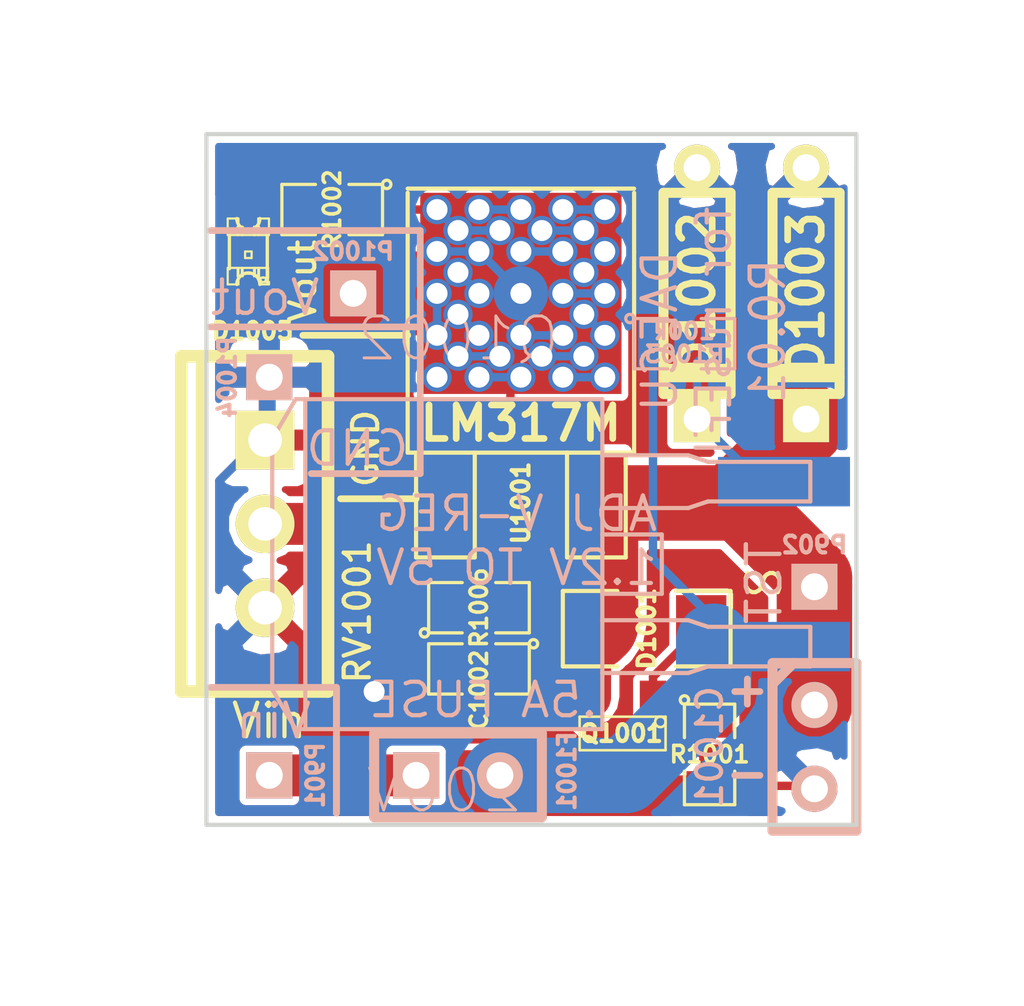
<source format=kicad_pcb>
(kicad_pcb (version 3) (host pcbnew "(2013-07-07 BZR 4022)-stable")

  (general
    (links 28)
    (no_connects 0)
    (area 81.149976 63.5 111.760001 93.980001)
    (thickness 1.6)
    (drawings 36)
    (tracks 126)
    (zones 0)
    (modules 19)
    (nets 11)
  )

  (page A)
  (title_block 
    (title "Adjustable Linear Regulator")
    (rev R0.02)
    (company rusEFI)
  )

  (layers
    (15 F.Cu signal)
    (0 B.Cu signal)
    (16 B.Adhes user)
    (17 F.Adhes user)
    (18 B.Paste user)
    (19 F.Paste user)
    (20 B.SilkS user hide)
    (21 F.SilkS user hide)
    (22 B.Mask user)
    (23 F.Mask user)
    (24 Dwgs.User user)
    (25 Cmts.User user)
    (26 Eco1.User user)
    (27 Eco2.User user)
    (28 Edge.Cuts user)
  )

  (setup
    (last_trace_width 0.254)
    (trace_clearance 0.2032)
    (zone_clearance 0.2032)
    (zone_45_only no)
    (trace_min 0.2032)
    (segment_width 0.2032)
    (edge_width 0.127)
    (via_size 0.889)
    (via_drill 0.635)
    (via_min_size 0.889)
    (via_min_drill 0.508)
    (uvia_size 0.508)
    (uvia_drill 0.127)
    (uvias_allowed no)
    (uvia_min_size 0.508)
    (uvia_min_drill 0.127)
    (pcb_text_width 0.127)
    (pcb_text_size 1.016 1.016)
    (mod_edge_width 0.254)
    (mod_text_size 0.508 0.508)
    (mod_text_width 0.127)
    (pad_size 1.524 1.524)
    (pad_drill 1.016)
    (pad_to_mask_clearance 0.2)
    (aux_axis_origin 0 0)
    (visible_elements 7FFFFF8F)
    (pcbplotparams
      (layerselection 3178497)
      (usegerberextensions true)
      (excludeedgelayer true)
      (linewidth 0.150000)
      (plotframeref false)
      (viasonmask false)
      (mode 1)
      (useauxorigin false)
      (hpglpennumber 1)
      (hpglpenspeed 20)
      (hpglpendiameter 15)
      (hpglpenoverlay 2)
      (psnegative false)
      (psa4output false)
      (plotreference true)
      (plotvalue true)
      (plotothertext true)
      (plotinvisibletext false)
      (padsonsilk false)
      (subtractmaskfromsilk false)
      (outputformat 1)
      (mirror false)
      (drillshape 0)
      (scaleselection 1)
      (outputdirectory ""))
  )

  (net 0 "")
  (net 1 /5V-REG)
  (net 2 /VBAT)
  (net 3 /Vf)
  (net 4 /Vin)
  (net 5 /Vs1)
  (net 6 /Vs2)
  (net 7 GND)
  (net 8 N-000002)
  (net 9 N-000006)
  (net 10 N-000007)

  (net_class Default "This is the default net class."
    (clearance 0.2032)
    (trace_width 0.254)
    (via_dia 0.889)
    (via_drill 0.635)
    (uvia_dia 0.508)
    (uvia_drill 0.127)
    (add_net "")
    (add_net /5V-REG)
    (add_net /Vf)
    (add_net /Vin)
    (add_net /Vs1)
    (add_net /Vs2)
    (add_net GND)
    (add_net N-000002)
    (add_net N-000006)
    (add_net N-000007)
  )

  (net_class .05 ""
    (clearance 0.254)
    (trace_width 1.27)
    (via_dia 0.889)
    (via_drill 0.635)
    (uvia_dia 0.508)
    (uvia_drill 0.127)
  )

  (net_class .09 ""
    (clearance 0.254)
    (trace_width 2.286)
    (via_dia 1.651)
    (via_drill 1.397)
    (uvia_dia 0.508)
    (uvia_drill 0.127)
    (add_net /VBAT)
  )

  (net_class .1 ""
    (clearance 0.254)
    (trace_width 2.54)
    (via_dia 1.651)
    (via_drill 1.397)
    (uvia_dia 0.508)
    (uvia_drill 0.127)
  )

  (module SIL-1   placed (layer B.Cu) (tedit 5576B131) (tstamp 5611C225)
    (at 105.41 81.28)
    (descr "Connecteurs 1 pin")
    (tags "CONN DEV")
    (path /5611BCD7)
    (fp_text reference P902 (at 0 -1.27) (layer B.SilkS)
      (effects (font (size 0.508 0.508) (thickness 0.127)) (justify mirror))
    )
    (fp_text value CONN_1 (at 0 2.54) (layer B.SilkS) hide
      (effects (font (size 1.524 1.016) (thickness 0.254)) (justify mirror))
    )
    (pad 1 thru_hole rect (at 0 0) (size 1.397 1.397) (drill 0.8128)
      (layers *.Cu *.Mask B.SilkS)
      (net 2 /VBAT)
    )
  )

  (module SIL-1   placed (layer B.Cu) (tedit 5576B17C) (tstamp 55754F1B)
    (at 88.9 86.995)
    (descr "Connecteurs 1 pin")
    (tags "CONN DEV")
    (path /5611BCEF)
    (fp_text reference P901 (at 1.397 0 90) (layer B.SilkS)
      (effects (font (size 0.508 0.508) (thickness 0.127)) (justify mirror))
    )
    (fp_text value CONN_1 (at 0 2.54) (layer B.SilkS) hide
      (effects (font (size 1.524 1.016) (thickness 0.254)) (justify mirror))
    )
    (pad 1 thru_hole rect (at 0 0) (size 1.397 1.397) (drill 0.8128)
      (layers *.Cu *.Mask B.SilkS)
      (net 4 /Vin)
    )
  )

  (module SIL-1   placed (layer B.Cu) (tedit 5576B139) (tstamp 55754F12)
    (at 91.44 72.39)
    (descr "Connecteurs 1 pin")
    (tags "CONN DEV")
    (path /5611BCCA)
    (fp_text reference P1002 (at 0 -1.27) (layer B.SilkS)
      (effects (font (size 0.508 0.508) (thickness 0.127)) (justify mirror))
    )
    (fp_text value CONN_1 (at 0 2.54) (layer B.SilkS) hide
      (effects (font (size 1.524 1.016) (thickness 0.254)) (justify mirror))
    )
    (pad 1 thru_hole rect (at 0 0) (size 1.397 1.397) (drill 0.8128)
      (layers *.Cu *.Mask B.SilkS)
      (net 1 /5V-REG)
    )
  )

  (module SIL-1 (layer B.Cu) (tedit 5576B0EA) (tstamp 5576B06E)
    (at 88.9 74.93)
    (descr "Connecteurs 1 pin")
    (tags "CONN DEV")
    (path /5611BCDE)
    (fp_text reference P1004 (at -1.27 0 90) (layer B.SilkS)
      (effects (font (size 0.508 0.508) (thickness 0.127)) (justify mirror))
    )
    (fp_text value CONN_1 (at 0 2.54) (layer B.SilkS) hide
      (effects (font (size 1.524 1.016) (thickness 0.254)) (justify mirror))
    )
    (pad 1 thru_hole rect (at 0 0) (size 1.397 1.397) (drill 0.8128)
      (layers *.Cu *.Mask B.SilkS)
      (net 7 GND)
    )
  )

  (module SOT23   placed (layer F.Cu) (tedit 5574EF09) (tstamp 55754EBF)
    (at 99.568 85.725 180)
    (tags SOT23)
    (path /5611BCD0)
    (fp_text reference Q1001 (at 0 0 180) (layer F.SilkS)
      (effects (font (size 0.508 0.508) (thickness 0.127)))
    )
    (fp_text value 30V (at 0.0635 0 180) (layer F.SilkS) hide
      (effects (font (size 0.50038 0.50038) (thickness 0.09906)))
    )
    (fp_circle (center -1.17602 0.35052) (end -1.30048 0.44958) (layer F.SilkS) (width 0.07874))
    (fp_line (start 1.27 -0.508) (end 1.27 0.508) (layer F.SilkS) (width 0.07874))
    (fp_line (start -1.3335 -0.508) (end -1.3335 0.508) (layer F.SilkS) (width 0.07874))
    (fp_line (start 1.27 0.508) (end -1.3335 0.508) (layer F.SilkS) (width 0.07874))
    (fp_line (start -1.3335 -0.508) (end 1.27 -0.508) (layer F.SilkS) (width 0.07874))
    (pad 3 smd rect (at 0 -1.09982 180) (size 0.8001 1.00076)
      (layers F.Cu F.Paste F.Mask)
      (net 6 /Vs2)
    )
    (pad 2 smd rect (at 0.9525 1.09982 180) (size 0.8001 1.00076)
      (layers F.Cu F.Paste F.Mask)
      (net 2 /VBAT)
    )
    (pad 1 smd rect (at -0.9525 1.09982 180) (size 0.8001 1.00076)
      (layers F.Cu F.Paste F.Mask)
      (net 9 N-000006)
    )
    (model smd\SOT23_3.wrl
      (at (xyz 0 0 0))
      (scale (xyz 0.4 0.4 0.4))
      (rotate (xyz 0 0 180))
    )
  )

  (module SM1206   placed (layer F.Cu) (tedit 5574EEF3) (tstamp 55754ECB)
    (at 100.33 82.55 180)
    (path /5611BCD2)
    (attr smd)
    (fp_text reference D1001 (at 0 0 270) (layer F.SilkS)
      (effects (font (size 0.508 0.508) (thickness 0.127)))
    )
    (fp_text value 7.5V (at 0 0 180) (layer F.SilkS) hide
      (effects (font (size 0.762 0.762) (thickness 0.127)))
    )
    (fp_line (start -2.54 -1.143) (end -2.54 1.143) (layer F.SilkS) (width 0.127))
    (fp_line (start -2.54 1.143) (end -0.889 1.143) (layer F.SilkS) (width 0.127))
    (fp_line (start 0.889 -1.143) (end 2.54 -1.143) (layer F.SilkS) (width 0.127))
    (fp_line (start 2.54 -1.143) (end 2.54 1.143) (layer F.SilkS) (width 0.127))
    (fp_line (start 2.54 1.143) (end 0.889 1.143) (layer F.SilkS) (width 0.127))
    (fp_line (start -0.889 -1.143) (end -2.54 -1.143) (layer F.SilkS) (width 0.127))
    (pad 1 smd rect (at -1.651 0 180) (size 1.524 2.032)
      (layers F.Cu F.Paste F.Mask)
      (net 9 N-000006)
    )
    (pad 2 smd rect (at 1.651 0 180) (size 1.524 2.032)
      (layers F.Cu F.Paste F.Mask)
      (net 2 /VBAT)
    )
    (model smd/chip_cms.wrl
      (at (xyz 0 0 0))
      (scale (xyz 0.17 0.16 0.16))
      (rotate (xyz 0 0 0))
    )
  )

  (module SM0805   placed (layer F.Cu) (tedit 5574EF35) (tstamp 55754ED8)
    (at 90.805 69.85 180)
    (path /5611BCCC)
    (attr smd)
    (fp_text reference R1002 (at 0 0 270) (layer F.SilkS)
      (effects (font (size 0.50038 0.50038) (thickness 0.10922)))
    )
    (fp_text value 1k (at 0 0.381 180) (layer F.SilkS) hide
      (effects (font (size 0.50038 0.50038) (thickness 0.10922)))
    )
    (fp_circle (center -1.651 0.762) (end -1.651 0.635) (layer F.SilkS) (width 0.09906))
    (fp_line (start -0.508 0.762) (end -1.524 0.762) (layer F.SilkS) (width 0.09906))
    (fp_line (start -1.524 0.762) (end -1.524 -0.762) (layer F.SilkS) (width 0.09906))
    (fp_line (start -1.524 -0.762) (end -0.508 -0.762) (layer F.SilkS) (width 0.09906))
    (fp_line (start 0.508 -0.762) (end 1.524 -0.762) (layer F.SilkS) (width 0.09906))
    (fp_line (start 1.524 -0.762) (end 1.524 0.762) (layer F.SilkS) (width 0.09906))
    (fp_line (start 1.524 0.762) (end 0.508 0.762) (layer F.SilkS) (width 0.09906))
    (pad 1 smd rect (at -0.9525 0 180) (size 0.889 1.397)
      (layers F.Cu F.Paste F.Mask)
      (net 1 /5V-REG)
    )
    (pad 2 smd rect (at 0.9525 0 180) (size 0.889 1.397)
      (layers F.Cu F.Paste F.Mask)
      (net 10 N-000007)
    )
    (model smd/chip_cms.wrl
      (at (xyz 0 0 0))
      (scale (xyz 0.1 0.1 0.1))
      (rotate (xyz 0 0 0))
    )
  )

  (module SM0805   placed (layer F.Cu) (tedit 5574EF0E) (tstamp 55754EE5)
    (at 102.235 86.36 270)
    (path /5611BCD1)
    (attr smd)
    (fp_text reference R1001 (at 0 0 360) (layer F.SilkS)
      (effects (font (size 0.50038 0.50038) (thickness 0.10922)))
    )
    (fp_text value 1k (at 0 0.381 270) (layer F.SilkS) hide
      (effects (font (size 0.50038 0.50038) (thickness 0.10922)))
    )
    (fp_circle (center -1.651 0.762) (end -1.651 0.635) (layer F.SilkS) (width 0.09906))
    (fp_line (start -0.508 0.762) (end -1.524 0.762) (layer F.SilkS) (width 0.09906))
    (fp_line (start -1.524 0.762) (end -1.524 -0.762) (layer F.SilkS) (width 0.09906))
    (fp_line (start -1.524 -0.762) (end -0.508 -0.762) (layer F.SilkS) (width 0.09906))
    (fp_line (start 0.508 -0.762) (end 1.524 -0.762) (layer F.SilkS) (width 0.09906))
    (fp_line (start 1.524 -0.762) (end 1.524 0.762) (layer F.SilkS) (width 0.09906))
    (fp_line (start 1.524 0.762) (end 0.508 0.762) (layer F.SilkS) (width 0.09906))
    (pad 1 smd rect (at -0.9525 0 270) (size 0.889 1.397)
      (layers F.Cu F.Paste F.Mask)
      (net 9 N-000006)
    )
    (pad 2 smd rect (at 0.9525 0 270) (size 0.889 1.397)
      (layers F.Cu F.Paste F.Mask)
      (net 7 GND)
    )
    (model smd/chip_cms.wrl
      (at (xyz 0 0 0))
      (scale (xyz 0.1 0.1 0.1))
      (rotate (xyz 0 0 0))
    )
  )

  (module SM0805   placed (layer F.Cu) (tedit 5574EF14) (tstamp 55754EF2)
    (at 95.25 83.7692 180)
    (path /5611BCD4)
    (attr smd)
    (fp_text reference C1002 (at 0 -0.635 270) (layer F.SilkS)
      (effects (font (size 0.50038 0.50038) (thickness 0.10922)))
    )
    (fp_text value "1uF 16V" (at 0 0.381 180) (layer F.SilkS) hide
      (effects (font (size 0.50038 0.50038) (thickness 0.10922)))
    )
    (fp_circle (center -1.651 0.762) (end -1.651 0.635) (layer F.SilkS) (width 0.09906))
    (fp_line (start -0.508 0.762) (end -1.524 0.762) (layer F.SilkS) (width 0.09906))
    (fp_line (start -1.524 0.762) (end -1.524 -0.762) (layer F.SilkS) (width 0.09906))
    (fp_line (start -1.524 -0.762) (end -0.508 -0.762) (layer F.SilkS) (width 0.09906))
    (fp_line (start 0.508 -0.762) (end 1.524 -0.762) (layer F.SilkS) (width 0.09906))
    (fp_line (start 1.524 -0.762) (end 1.524 0.762) (layer F.SilkS) (width 0.09906))
    (fp_line (start 1.524 0.762) (end 0.508 0.762) (layer F.SilkS) (width 0.09906))
    (pad 1 smd rect (at -0.9525 0 180) (size 0.889 1.397)
      (layers F.Cu F.Paste F.Mask)
      (net 1 /5V-REG)
    )
    (pad 2 smd rect (at 0.9525 0 180) (size 0.889 1.397)
      (layers F.Cu F.Paste F.Mask)
      (net 7 GND)
    )
    (model smd/chip_cms.wrl
      (at (xyz 0 0 0))
      (scale (xyz 0.1 0.1 0.1))
      (rotate (xyz 0 0 0))
    )
  )

  (module SM0805   placed (layer F.Cu) (tedit 5574EF17) (tstamp 55754EFF)
    (at 95.25 81.915)
    (path /5611BCDC)
    (attr smd)
    (fp_text reference R1006 (at 0 0 90) (layer F.SilkS)
      (effects (font (size 0.50038 0.50038) (thickness 0.10922)))
    )
    (fp_text value 240R (at 0 0.381) (layer F.SilkS) hide
      (effects (font (size 0.50038 0.50038) (thickness 0.10922)))
    )
    (fp_circle (center -1.651 0.762) (end -1.651 0.635) (layer F.SilkS) (width 0.09906))
    (fp_line (start -0.508 0.762) (end -1.524 0.762) (layer F.SilkS) (width 0.09906))
    (fp_line (start -1.524 0.762) (end -1.524 -0.762) (layer F.SilkS) (width 0.09906))
    (fp_line (start -1.524 -0.762) (end -0.508 -0.762) (layer F.SilkS) (width 0.09906))
    (fp_line (start 0.508 -0.762) (end 1.524 -0.762) (layer F.SilkS) (width 0.09906))
    (fp_line (start 1.524 -0.762) (end 1.524 0.762) (layer F.SilkS) (width 0.09906))
    (fp_line (start 1.524 0.762) (end 0.508 0.762) (layer F.SilkS) (width 0.09906))
    (pad 1 smd rect (at -0.9525 0) (size 0.889 1.397)
      (layers F.Cu F.Paste F.Mask)
      (net 8 N-000002)
    )
    (pad 2 smd rect (at 0.9525 0) (size 0.889 1.397)
      (layers F.Cu F.Paste F.Mask)
      (net 1 /5V-REG)
    )
    (model smd/chip_cms.wrl
      (at (xyz 0 0 0))
      (scale (xyz 0.1 0.1 0.1))
      (rotate (xyz 0 0 0))
    )
  )

  (module SIL-2   placed (layer B.Cu) (tedit 5576B532) (tstamp 55754F09)
    (at 94.615 86.995)
    (descr "Connecteurs 2 pins")
    (tags "CONN DEV")
    (path /5611BCEB)
    (fp_text reference F1001 (at 3.302 -0.127 90) (layer B.SilkS)
      (effects (font (size 0.508 0.508) (thickness 0.127)) (justify mirror))
    )
    (fp_text value 5A (at 0 2.54) (layer B.SilkS) hide
      (effects (font (size 1.524 1.016) (thickness 0.3048)) (justify mirror))
    )
    (fp_line (start -2.54 -1.27) (end -2.54 1.27) (layer B.SilkS) (width 0.3048))
    (fp_line (start -2.54 1.27) (end 2.54 1.27) (layer B.SilkS) (width 0.3048))
    (fp_line (start 2.54 1.27) (end 2.54 -1.27) (layer B.SilkS) (width 0.3048))
    (fp_line (start 2.54 -1.27) (end -2.54 -1.27) (layer B.SilkS) (width 0.3048))
    (pad 1 thru_hole rect (at -1.27 0) (size 1.397 1.397) (drill 0.8128)
      (layers *.Cu *.Mask B.SilkS)
      (net 4 /Vin)
    )
    (pad 2 thru_hole circle (at 1.27 0) (size 1.397 1.397) (drill 0.8128)
      (layers *.Cu *.Mask B.SilkS)
      (net 3 /Vf)
    )
  )

  (module LED-0805   placed (layer F.Cu) (tedit 5576B28F) (tstamp 55754F5F)
    (at 88.265 71.12 270)
    (descr "LED 0805 smd package")
    (tags "LED 0805 SMD")
    (path /5611BCCD)
    (attr smd)
    (fp_text reference D1005 (at 2.413 -0.127 360) (layer F.SilkS)
      (effects (font (size 0.508 0.508) (thickness 0.127)))
    )
    (fp_text value LED-grn (at 0 1.27 270) (layer F.SilkS) hide
      (effects (font (size 0.762 0.762) (thickness 0.127)))
    )
    (fp_line (start 0.49784 0.29972) (end 0.49784 0.62484) (layer F.SilkS) (width 0.06604))
    (fp_line (start 0.49784 0.62484) (end 0.99822 0.62484) (layer F.SilkS) (width 0.06604))
    (fp_line (start 0.99822 0.29972) (end 0.99822 0.62484) (layer F.SilkS) (width 0.06604))
    (fp_line (start 0.49784 0.29972) (end 0.99822 0.29972) (layer F.SilkS) (width 0.06604))
    (fp_line (start 0.49784 -0.32258) (end 0.49784 -0.17272) (layer F.SilkS) (width 0.06604))
    (fp_line (start 0.49784 -0.17272) (end 0.7493 -0.17272) (layer F.SilkS) (width 0.06604))
    (fp_line (start 0.7493 -0.32258) (end 0.7493 -0.17272) (layer F.SilkS) (width 0.06604))
    (fp_line (start 0.49784 -0.32258) (end 0.7493 -0.32258) (layer F.SilkS) (width 0.06604))
    (fp_line (start 0.49784 0.17272) (end 0.49784 0.32258) (layer F.SilkS) (width 0.06604))
    (fp_line (start 0.49784 0.32258) (end 0.7493 0.32258) (layer F.SilkS) (width 0.06604))
    (fp_line (start 0.7493 0.17272) (end 0.7493 0.32258) (layer F.SilkS) (width 0.06604))
    (fp_line (start 0.49784 0.17272) (end 0.7493 0.17272) (layer F.SilkS) (width 0.06604))
    (fp_line (start 0.49784 -0.19812) (end 0.49784 0.19812) (layer F.SilkS) (width 0.06604))
    (fp_line (start 0.49784 0.19812) (end 0.6731 0.19812) (layer F.SilkS) (width 0.06604))
    (fp_line (start 0.6731 -0.19812) (end 0.6731 0.19812) (layer F.SilkS) (width 0.06604))
    (fp_line (start 0.49784 -0.19812) (end 0.6731 -0.19812) (layer F.SilkS) (width 0.06604))
    (fp_line (start -0.99822 0.29972) (end -0.99822 0.62484) (layer F.SilkS) (width 0.06604))
    (fp_line (start -0.99822 0.62484) (end -0.49784 0.62484) (layer F.SilkS) (width 0.06604))
    (fp_line (start -0.49784 0.29972) (end -0.49784 0.62484) (layer F.SilkS) (width 0.06604))
    (fp_line (start -0.99822 0.29972) (end -0.49784 0.29972) (layer F.SilkS) (width 0.06604))
    (fp_line (start -0.99822 -0.62484) (end -0.99822 -0.29972) (layer F.SilkS) (width 0.06604))
    (fp_line (start -0.99822 -0.29972) (end -0.49784 -0.29972) (layer F.SilkS) (width 0.06604))
    (fp_line (start -0.49784 -0.62484) (end -0.49784 -0.29972) (layer F.SilkS) (width 0.06604))
    (fp_line (start -0.99822 -0.62484) (end -0.49784 -0.62484) (layer F.SilkS) (width 0.06604))
    (fp_line (start -0.7493 0.17272) (end -0.7493 0.32258) (layer F.SilkS) (width 0.06604))
    (fp_line (start -0.7493 0.32258) (end -0.49784 0.32258) (layer F.SilkS) (width 0.06604))
    (fp_line (start -0.49784 0.17272) (end -0.49784 0.32258) (layer F.SilkS) (width 0.06604))
    (fp_line (start -0.7493 0.17272) (end -0.49784 0.17272) (layer F.SilkS) (width 0.06604))
    (fp_line (start -0.7493 -0.32258) (end -0.7493 -0.17272) (layer F.SilkS) (width 0.06604))
    (fp_line (start -0.7493 -0.17272) (end -0.49784 -0.17272) (layer F.SilkS) (width 0.06604))
    (fp_line (start -0.49784 -0.32258) (end -0.49784 -0.17272) (layer F.SilkS) (width 0.06604))
    (fp_line (start -0.7493 -0.32258) (end -0.49784 -0.32258) (layer F.SilkS) (width 0.06604))
    (fp_line (start -0.6731 -0.19812) (end -0.6731 0.19812) (layer F.SilkS) (width 0.06604))
    (fp_line (start -0.6731 0.19812) (end -0.49784 0.19812) (layer F.SilkS) (width 0.06604))
    (fp_line (start -0.49784 -0.19812) (end -0.49784 0.19812) (layer F.SilkS) (width 0.06604))
    (fp_line (start -0.6731 -0.19812) (end -0.49784 -0.19812) (layer F.SilkS) (width 0.06604))
    (fp_line (start 0 -0.09906) (end 0 0.09906) (layer F.SilkS) (width 0.06604))
    (fp_line (start 0 0.09906) (end 0.19812 0.09906) (layer F.SilkS) (width 0.06604))
    (fp_line (start 0.19812 -0.09906) (end 0.19812 0.09906) (layer F.SilkS) (width 0.06604))
    (fp_line (start 0 -0.09906) (end 0.19812 -0.09906) (layer F.SilkS) (width 0.06604))
    (fp_line (start 0.49784 -0.59944) (end 0.49784 -0.29972) (layer F.SilkS) (width 0.06604))
    (fp_line (start 0.49784 -0.29972) (end 0.79756 -0.29972) (layer F.SilkS) (width 0.06604))
    (fp_line (start 0.79756 -0.59944) (end 0.79756 -0.29972) (layer F.SilkS) (width 0.06604))
    (fp_line (start 0.49784 -0.59944) (end 0.79756 -0.59944) (layer F.SilkS) (width 0.06604))
    (fp_line (start 0.92456 -0.62484) (end 0.92456 -0.39878) (layer F.SilkS) (width 0.06604))
    (fp_line (start 0.92456 -0.39878) (end 0.99822 -0.39878) (layer F.SilkS) (width 0.06604))
    (fp_line (start 0.99822 -0.62484) (end 0.99822 -0.39878) (layer F.SilkS) (width 0.06604))
    (fp_line (start 0.92456 -0.62484) (end 0.99822 -0.62484) (layer F.SilkS) (width 0.06604))
    (fp_line (start 0.52324 0.57404) (end -0.52324 0.57404) (layer F.SilkS) (width 0.1016))
    (fp_line (start -0.49784 -0.57404) (end 0.92456 -0.57404) (layer F.SilkS) (width 0.1016))
    (fp_circle (center 0.84836 -0.44958) (end 0.89916 -0.50038) (layer F.SilkS) (width 0.0508))
    (fp_arc (start 0.99822 0) (end 0.99822 0.34798) (angle 180) (layer F.SilkS) (width 0.1016))
    (fp_arc (start -0.99822 0) (end -0.99822 -0.34798) (angle 180) (layer F.SilkS) (width 0.1016))
    (pad 1 smd rect (at -1.04902 0 270) (size 1.19888 1.19888)
      (layers F.Cu F.Paste F.Mask)
      (net 10 N-000007)
    )
    (pad 2 smd rect (at 1.04902 0 270) (size 1.19888 1.19888)
      (layers F.Cu F.Paste F.Mask)
      (net 7 GND)
    )
  )

  (module DPAK2   placed (layer F.Cu) (tedit 5574EF45) (tstamp 55754F71)
    (at 96.52 78.74)
    (descr "MOS boitier DPACK G-D-S")
    (tags "CMD DPACK")
    (path /5611BCD8)
    (attr smd)
    (fp_text reference U1001 (at 0 0 90) (layer F.SilkS)
      (effects (font (size 0.508 0.508) (thickness 0.127)))
    )
    (fp_text value LM317M (at 0 -2.413) (layer F.SilkS)
      (effects (font (size 1.016 1.016) (thickness 0.2032)))
    )
    (fp_line (start 1.397 -1.524) (end 1.397 1.651) (layer F.SilkS) (width 0.127))
    (fp_line (start 1.397 1.651) (end 3.175 1.651) (layer F.SilkS) (width 0.127))
    (fp_line (start 3.175 1.651) (end 3.175 -1.524) (layer F.SilkS) (width 0.127))
    (fp_line (start -3.175 -1.524) (end -3.175 1.651) (layer F.SilkS) (width 0.127))
    (fp_line (start -3.175 1.651) (end -1.397 1.651) (layer F.SilkS) (width 0.127))
    (fp_line (start -1.397 1.651) (end -1.397 -1.524) (layer F.SilkS) (width 0.127))
    (fp_line (start 3.429 -7.62) (end 3.429 -1.524) (layer F.SilkS) (width 0.127))
    (fp_line (start 3.429 -1.524) (end -3.429 -1.524) (layer F.SilkS) (width 0.127))
    (fp_line (start -3.429 -1.524) (end -3.429 -9.398) (layer F.SilkS) (width 0.127))
    (fp_line (start -3.429 -9.525) (end 3.429 -9.525) (layer F.SilkS) (width 0.127))
    (fp_line (start 3.429 -9.398) (end 3.429 -7.62) (layer F.SilkS) (width 0.127))
    (pad 1 smd rect (at -2.286 0) (size 1.651 3.048)
      (layers F.Cu F.Paste F.Mask)
      (net 8 N-000002)
    )
    (pad 2 smd rect (at 0 -6.35) (size 6.096 6.096)
      (layers F.Cu F.Paste F.Mask)
      (net 1 /5V-REG)
    )
    (pad 3 smd rect (at 2.286 0) (size 1.651 3.048)
      (layers F.Cu F.Paste F.Mask)
      (net 2 /VBAT)
    )
    (model smd/dpack_2.wrl
      (at (xyz 0 0 0))
      (scale (xyz 1 1 1))
      (rotate (xyz 0 0 0))
    )
  )

  (module D3   placed (layer F.Cu) (tedit 200000) (tstamp 55754F81)
    (at 101.854 72.39 270)
    (descr "Diode 3 pas")
    (tags "DIODE DEV")
    (path /5611BCF2)
    (fp_text reference D1002 (at 0 0 270) (layer F.SilkS)
      (effects (font (size 1.016 1.016) (thickness 0.2032)))
    )
    (fp_text value 15V (at 0 0 270) (layer F.SilkS) hide
      (effects (font (size 1.016 1.016) (thickness 0.2032)))
    )
    (fp_line (start 3.81 0) (end 3.048 0) (layer F.SilkS) (width 0.3048))
    (fp_line (start 3.048 0) (end 3.048 -1.016) (layer F.SilkS) (width 0.3048))
    (fp_line (start 3.048 -1.016) (end -3.048 -1.016) (layer F.SilkS) (width 0.3048))
    (fp_line (start -3.048 -1.016) (end -3.048 0) (layer F.SilkS) (width 0.3048))
    (fp_line (start -3.048 0) (end -3.81 0) (layer F.SilkS) (width 0.3048))
    (fp_line (start -3.048 0) (end -3.048 1.016) (layer F.SilkS) (width 0.3048))
    (fp_line (start -3.048 1.016) (end 3.048 1.016) (layer F.SilkS) (width 0.3048))
    (fp_line (start 3.048 1.016) (end 3.048 0) (layer F.SilkS) (width 0.3048))
    (fp_line (start 2.54 -1.016) (end 2.54 1.016) (layer F.SilkS) (width 0.3048))
    (fp_line (start 2.286 1.016) (end 2.286 -1.016) (layer F.SilkS) (width 0.3048))
    (pad 2 thru_hole rect (at 3.81 0 270) (size 1.397 1.397) (drill 0.8128)
      (layers *.Cu *.Mask F.SilkS)
      (net 5 /Vs1)
    )
    (pad 1 thru_hole circle (at -3.81 0 270) (size 1.397 1.397) (drill 0.8128)
      (layers *.Cu *.Mask F.SilkS)
      (net 7 GND)
    )
    (model discret/diode.wrl
      (at (xyz 0 0 0))
      (scale (xyz 0.3 0.3 0.3))
      (rotate (xyz 0 0 0))
    )
  )

  (module D3   placed (layer F.Cu) (tedit 200000) (tstamp 55754F91)
    (at 105.156 72.39 270)
    (descr "Diode 3 pas")
    (tags "DIODE DEV")
    (path /5611BCD5)
    (fp_text reference D1003 (at 0 0 270) (layer F.SilkS)
      (effects (font (size 1.016 1.016) (thickness 0.2032)))
    )
    (fp_text value 24V (at 0 0 270) (layer F.SilkS) hide
      (effects (font (size 1.016 1.016) (thickness 0.2032)))
    )
    (fp_line (start 3.81 0) (end 3.048 0) (layer F.SilkS) (width 0.3048))
    (fp_line (start 3.048 0) (end 3.048 -1.016) (layer F.SilkS) (width 0.3048))
    (fp_line (start 3.048 -1.016) (end -3.048 -1.016) (layer F.SilkS) (width 0.3048))
    (fp_line (start -3.048 -1.016) (end -3.048 0) (layer F.SilkS) (width 0.3048))
    (fp_line (start -3.048 0) (end -3.81 0) (layer F.SilkS) (width 0.3048))
    (fp_line (start -3.048 0) (end -3.048 1.016) (layer F.SilkS) (width 0.3048))
    (fp_line (start -3.048 1.016) (end 3.048 1.016) (layer F.SilkS) (width 0.3048))
    (fp_line (start 3.048 1.016) (end 3.048 0) (layer F.SilkS) (width 0.3048))
    (fp_line (start 2.54 -1.016) (end 2.54 1.016) (layer F.SilkS) (width 0.3048))
    (fp_line (start 2.286 1.016) (end 2.286 -1.016) (layer F.SilkS) (width 0.3048))
    (pad 2 thru_hole rect (at 3.81 0 270) (size 1.397 1.397) (drill 0.8128)
      (layers *.Cu *.Mask F.SilkS)
      (net 2 /VBAT)
    )
    (pad 1 thru_hole circle (at -3.81 0 270) (size 1.397 1.397) (drill 0.8128)
      (layers *.Cu *.Mask F.SilkS)
      (net 7 GND)
    )
    (model discret/diode.wrl
      (at (xyz 0 0 0))
      (scale (xyz 0.3 0.3 0.3))
      (rotate (xyz 0 0 0))
    )
  )

  (module C1   placed (layer B.Cu) (tedit 5576B588) (tstamp 55754F9C)
    (at 105.41 86.1314 270)
    (descr "Condensateur e = 1 pas")
    (tags C)
    (path /5611BCCB)
    (fp_text reference C1001 (at 0 3.175 270) (layer B.SilkS)
      (effects (font (size 0.762 0.762) (thickness 0.127)) (justify mirror))
    )
    (fp_text value "0.1uF 50V" (at 0 2.286 270) (layer B.SilkS) hide
      (effects (font (size 1.016 1.016) (thickness 0.2032)) (justify mirror))
    )
    (fp_line (start -2.4892 1.27) (end 2.54 1.27) (layer B.SilkS) (width 0.3048))
    (fp_line (start 2.54 1.27) (end 2.54 -1.27) (layer B.SilkS) (width 0.3048))
    (fp_line (start 2.54 -1.27) (end -2.54 -1.27) (layer B.SilkS) (width 0.3048))
    (fp_line (start -2.54 -1.27) (end -2.54 1.27) (layer B.SilkS) (width 0.3048))
    (fp_line (start -2.54 0.635) (end -1.905 1.27) (layer B.SilkS) (width 0.3048))
    (pad 1 thru_hole circle (at -1.27 0 270) (size 1.397 1.397) (drill 0.8128)
      (layers *.Cu *.Mask B.SilkS)
      (net 2 /VBAT)
    )
    (pad 2 thru_hole circle (at 1.27 0 270) (size 1.397 1.397) (drill 0.8128)
      (layers *.Cu *.Mask B.SilkS)
      (net 7 GND)
    )
    (model discret/capa_1_pas.wrl
      (at (xyz 0 0 0))
      (scale (xyz 1 1 1))
      (rotate (xyz 0 0 0))
    )
  )

  (module TO220_VERT (layer F.Cu) (tedit 5576B299) (tstamp 5611C170)
    (at 88.773 79.375 180)
    (descr "Regulateur TO220 serie LM78xx")
    (tags "TR TO220")
    (path /5611BCDB)
    (fp_text reference RV1001 (at -2.794 -2.667 270) (layer F.SilkS)
      (effects (font (size 0.762 0.762) (thickness 0.127)))
    )
    (fp_text value 1k (at 0.635 -6.35 180) (layer F.SilkS) hide
      (effects (font (size 1.524 1.016) (thickness 0.2032)))
    )
    (fp_line (start 1.905 -5.08) (end 2.54 -5.08) (layer F.SilkS) (width 0.381))
    (fp_line (start 2.54 -5.08) (end 2.54 5.08) (layer F.SilkS) (width 0.381))
    (fp_line (start 2.54 5.08) (end 1.905 5.08) (layer F.SilkS) (width 0.381))
    (fp_line (start -1.905 -5.08) (end 1.905 -5.08) (layer F.SilkS) (width 0.381))
    (fp_line (start 1.905 -5.08) (end 1.905 5.08) (layer F.SilkS) (width 0.381))
    (fp_line (start 1.905 5.08) (end -1.905 5.08) (layer F.SilkS) (width 0.381))
    (fp_line (start -1.905 5.08) (end -1.905 -5.08) (layer F.SilkS) (width 0.381))
    (pad 2 thru_hole circle (at 0 -2.54 180) (size 1.778 1.778) (drill 1.016)
      (layers *.Cu *.Mask F.SilkS)
      (net 7 GND)
    )
    (pad 3 thru_hole circle (at 0 0 180) (size 1.778 1.778) (drill 1.016)
      (layers *.Cu *.Mask F.SilkS)
      (net 8 N-000002)
    )
    (pad 1 thru_hole rect (at 0 2.54 180) (size 1.778 1.778) (drill 1.016)
      (layers *.Cu *.Mask F.SilkS)
      (net 7 GND)
    )
  )

  (module SM0805 (layer B.Cu) (tedit 5091495C) (tstamp 5611BCC6)
    (at 101.473 73.914)
    (path /5611BCF3)
    (attr smd)
    (fp_text reference R1003 (at 0 0.3175) (layer B.SilkS)
      (effects (font (size 0.50038 0.50038) (thickness 0.10922)) (justify mirror))
    )
    (fp_text value 100k (at 0 -0.381) (layer B.SilkS)
      (effects (font (size 0.50038 0.50038) (thickness 0.10922)) (justify mirror))
    )
    (fp_circle (center -1.651 -0.762) (end -1.651 -0.635) (layer B.SilkS) (width 0.09906))
    (fp_line (start -0.508 -0.762) (end -1.524 -0.762) (layer B.SilkS) (width 0.09906))
    (fp_line (start -1.524 -0.762) (end -1.524 0.762) (layer B.SilkS) (width 0.09906))
    (fp_line (start -1.524 0.762) (end -0.508 0.762) (layer B.SilkS) (width 0.09906))
    (fp_line (start 0.508 0.762) (end 1.524 0.762) (layer B.SilkS) (width 0.09906))
    (fp_line (start 1.524 0.762) (end 1.524 -0.762) (layer B.SilkS) (width 0.09906))
    (fp_line (start 1.524 -0.762) (end 0.508 -0.762) (layer B.SilkS) (width 0.09906))
    (pad 1 smd rect (at -0.9525 0) (size 0.889 1.397)
      (layers B.Cu B.Paste B.Mask)
      (net 3 /Vf)
    )
    (pad 2 smd rect (at 0.9525 0) (size 0.889 1.397)
      (layers B.Cu B.Paste B.Mask)
      (net 5 /Vs1)
    )
    (model smd/chip_cms.wrl
      (at (xyz 0 0 0))
      (scale (xyz 0.1 0.1 0.1))
      (rotate (xyz 0 0 0))
    )
  )

  (module m-pad-2.1-TO-263AB (layer B.Cu) (tedit 549946B6) (tstamp 5611BCED)
    (at 94.488 80.5942 270)
    (descr "FAIRCHILD'S TO-263AB/D2PAK PACKAGE DIMENSIONS")
    (tags "FAIRCHILD'S TO-263AB/D2PAK PACKAGE DIMENSIONS")
    (path /5611BCF1)
    (attr smd)
    (fp_text reference Q1002 (at -6.8326 -0.12446 540) (layer B.SilkS)
      (effects (font (size 1.27 1.27) (thickness 0.0889)) (justify mirror))
    )
    (fp_text value 200V (at 6.86308 0.30988 540) (layer B.SilkS)
      (effects (font (size 1.27 1.27) (thickness 0.0889)) (justify mirror))
    )
    (fp_line (start -4.99872 -4.49834) (end -3.29946 -4.49834) (layer B.SilkS) (width 0.127))
    (fp_line (start -3.29946 -4.49834) (end -1.69926 -4.49834) (layer B.SilkS) (width 0.127))
    (fp_line (start -1.69926 -4.49834) (end -0.89916 -4.49834) (layer B.SilkS) (width 0.127))
    (fp_line (start -0.89916 -4.49834) (end 0.89916 -4.49834) (layer B.SilkS) (width 0.127))
    (fp_line (start 0.89916 -4.49834) (end 1.69926 -4.49834) (layer B.SilkS) (width 0.127))
    (fp_line (start 1.69926 -4.49834) (end 3.29946 -4.49834) (layer B.SilkS) (width 0.127))
    (fp_line (start 3.29946 -4.49834) (end 4.99872 -4.49834) (layer B.SilkS) (width 0.127))
    (fp_line (start 4.99872 -4.49834) (end 4.99872 4.49834) (layer B.SilkS) (width 0.127))
    (fp_line (start 4.99872 4.49834) (end -4.99872 4.49834) (layer B.SilkS) (width 0.127))
    (fp_line (start -4.99872 4.49834) (end -4.99872 -4.49834) (layer B.SilkS) (width 0.127))
    (fp_line (start -4.99872 4.49834) (end -4.99872 4.79044) (layer B.SilkS) (width 0.127))
    (fp_line (start -4.99872 4.79044) (end -3.79222 5.4991) (layer B.SilkS) (width 0.127))
    (fp_line (start -3.79222 5.4991) (end 3.79222 5.4991) (layer B.SilkS) (width 0.127))
    (fp_line (start 3.79222 5.4991) (end 4.99872 4.79044) (layer B.SilkS) (width 0.127))
    (fp_line (start 4.99872 4.79044) (end 4.99872 4.49834) (layer B.SilkS) (width 0.127))
    (fp_line (start -0.89916 -4.49834) (end -0.89916 -6.2992) (layer B.SilkS) (width 0.127))
    (fp_line (start -0.89916 -6.2992) (end 0.89916 -6.2992) (layer B.SilkS) (width 0.127))
    (fp_line (start 0.89916 -6.2992) (end 0.89916 -4.49834) (layer B.SilkS) (width 0.127))
    (fp_line (start -3.29946 -4.49834) (end -3.29946 -7.0993) (layer B.SilkS) (width 0.127))
    (fp_line (start -3.29946 -7.0993) (end -3.0988 -7.69874) (layer B.SilkS) (width 0.127))
    (fp_line (start -3.0988 -7.69874) (end -3.0988 -10.79754) (layer B.SilkS) (width 0.127))
    (fp_line (start -3.0988 -10.79754) (end -1.89992 -10.79754) (layer B.SilkS) (width 0.127))
    (fp_line (start -1.89992 -10.79754) (end -1.89992 -7.69874) (layer B.SilkS) (width 0.127))
    (fp_line (start -1.89992 -7.69874) (end -1.69926 -7.0993) (layer B.SilkS) (width 0.127))
    (fp_line (start -1.69926 -7.0993) (end -1.69926 -4.49834) (layer B.SilkS) (width 0.127))
    (fp_line (start 1.69926 -4.49834) (end 1.69926 -7.0993) (layer B.SilkS) (width 0.127))
    (fp_line (start 1.69926 -7.0993) (end 1.89992 -7.69874) (layer B.SilkS) (width 0.127))
    (fp_line (start 1.89992 -7.69874) (end 1.89992 -10.79754) (layer B.SilkS) (width 0.127))
    (fp_line (start 1.89992 -10.79754) (end 3.0988 -10.79754) (layer B.SilkS) (width 0.127))
    (fp_line (start 3.0988 -10.79754) (end 3.0988 -7.69874) (layer B.SilkS) (width 0.127))
    (fp_line (start 3.0988 -7.69874) (end 3.29946 -7.0993) (layer B.SilkS) (width 0.127))
    (fp_line (start 3.29946 -7.0993) (end 3.29946 -4.49834) (layer B.SilkS) (width 0.127))
    (pad 2 smd rect (at 0 0 270) (size 9.99998 8.99922)
      (layers B.Cu B.Paste B.Mask)
      (net 6 /Vs2)
    )
    (pad 1 smd rect (at -2.49936 -9.99998 270) (size 1.4986 3.99796)
      (layers B.Cu B.Paste B.Mask)
      (net 5 /Vs1)
    )
    (pad 3 smd rect (at 2.49936 -9.99998 270) (size 1.4986 3.99796)
      (layers B.Cu B.Paste B.Mask)
      (net 3 /Vf)
    )
  )

  (dimension 20.9296 (width 0.127) (layer Cmts.User)
    (gr_text "0.8240 in" (at 84.963 78.0288 90) (layer Cmts.User)
      (effects (font (size 1.016 1.016) (thickness 0.127)))
    )
    (feature1 (pts (xy 86.36 67.564) (xy 84.201 67.564)))
    (feature2 (pts (xy 86.36 88.4936) (xy 84.201 88.4936)))
    (crossbar (pts (xy 85.725 88.4936) (xy 85.725 67.564)))
    (arrow1a (pts (xy 85.725 67.564) (xy 86.31142 68.690503)))
    (arrow1b (pts (xy 85.725 67.564) (xy 85.13858 68.690503)))
    (arrow2a (pts (xy 85.725 88.4936) (xy 86.31142 87.367097)))
    (arrow2b (pts (xy 85.725 88.4936) (xy 85.13858 87.367097)))
  )
  (gr_line (start 86.995 88.265) (end 86.995 88.4936) (angle 90) (layer Edge.Cuts) (width 0.127))
  (gr_line (start 106.68 88.265) (end 106.68 88.4936) (angle 90) (layer Edge.Cuts) (width 0.127))
  (gr_line (start 86.995 68.58) (end 86.995 67.564) (angle 90) (layer Edge.Cuts) (width 0.127))
  (gr_line (start 106.68 68.58) (end 106.68 67.564) (angle 90) (layer Edge.Cuts) (width 0.127))
  (gr_text ".5A FUSE" (at 95.377 84.709) (layer B.SilkS)
    (effects (font (size 1.016 1.016) (thickness 0.127)) (justify mirror))
  )
  (gr_text "ADJ V-REG\n1.2V TO 5V" (at 96.393 79.883) (layer B.SilkS)
    (effects (font (size 1.016 1.016) (thickness 0.127)) (justify mirror))
  )
  (gr_text "DAECU\nfor rusEFI\nR0.01" (at 102.362 73.533 90) (layer B.SilkS)
    (effects (font (size 1.016 1.016) (thickness 0.127)) (justify mirror))
  )
  (gr_text TST (at 103.886 81.153 90) (layer B.SilkS)
    (effects (font (size 1.016 1.016) (thickness 0.127)) (justify mirror))
  )
  (gr_text TST (at 103.886 81.153 90) (layer F.SilkS)
    (effects (font (size 1.016 1.016) (thickness 0.127)))
  )
  (gr_line (start 93.345 78.613) (end 93.345 78.486) (angle 90) (layer F.SilkS) (width 0.2032))
  (gr_line (start 91.059 78.613) (end 93.345 78.613) (angle 90) (layer F.SilkS) (width 0.2032))
  (gr_line (start 93.091 73.66) (end 92.964 73.66) (angle 90) (layer F.SilkS) (width 0.2032))
  (gr_line (start 89.916 73.66) (end 93.091 73.66) (angle 90) (layer F.SilkS) (width 0.2032))
  (gr_text Vout (at 89.916 72.009 90) (layer F.SilkS)
    (effects (font (size 0.762 0.762) (thickness 0.127)))
  )
  (gr_text GND (at 91.821 77.089 90) (layer F.SilkS)
    (effects (font (size 0.762 0.762) (thickness 0.127)))
  )
  (gr_line (start 90.932 84.328) (end 90.932 88.138) (angle 90) (layer F.SilkS) (width 0.2032))
  (gr_text Vin (at 88.9 85.344) (layer F.SilkS)
    (effects (font (size 1.016 1.016) (thickness 0.127)))
  )
  (gr_line (start 93.472 70.485) (end 87.122 70.485) (angle 90) (layer B.SilkS) (width 0.2032))
  (gr_line (start 93.472 73.406) (end 93.472 70.485) (angle 90) (layer B.SilkS) (width 0.2032))
  (gr_line (start 93.472 77.851) (end 90.17 77.851) (angle 90) (layer B.SilkS) (width 0.2032))
  (gr_line (start 93.472 73.406) (end 93.472 77.851) (angle 90) (layer B.SilkS) (width 0.2032))
  (gr_line (start 87.122 73.406) (end 93.472 73.406) (angle 90) (layer B.SilkS) (width 0.2032))
  (gr_line (start 90.932 84.328) (end 87.122 84.328) (angle 90) (layer B.SilkS) (width 0.2032))
  (gr_line (start 90.932 88.138) (end 90.932 84.328) (angle 90) (layer B.SilkS) (width 0.2032))
  (gr_text Vin (at 89.027 85.344) (layer B.SilkS)
    (effects (font (size 1.016 1.016) (thickness 0.127)) (justify mirror))
  )
  (gr_text Vout (at 88.773 72.517) (layer B.SilkS)
    (effects (font (size 1.016 1.016) (thickness 0.127)) (justify mirror))
  )
  (gr_text GND (at 91.567 77.089) (layer B.SilkS)
    (effects (font (size 1.016 1.016) (thickness 0.127)) (justify mirror))
  )
  (gr_line (start 103.378 84.074) (end 103.378 84.836) (angle 90) (layer B.SilkS) (width 0.2032))
  (gr_line (start 103.759 84.455) (end 102.997 84.455) (angle 90) (layer B.SilkS) (width 0.2032))
  (gr_line (start 103.759 86.995) (end 102.997 86.995) (angle 90) (layer B.SilkS) (width 0.2032))
  (dimension 19.685 (width 0.127) (layer Cmts.User)
    (gr_text "0.7750 in" (at 96.8375 90.296999) (layer Cmts.User)
      (effects (font (size 1.016 1.016) (thickness 0.127)))
    )
    (feature1 (pts (xy 106.68 88.9) (xy 106.68 91.058999)))
    (feature2 (pts (xy 86.995 88.9) (xy 86.995 91.058999)))
    (crossbar (pts (xy 86.995 89.534999) (xy 106.68 89.534999)))
    (arrow1a (pts (xy 106.68 89.534999) (xy 105.553497 90.121419)))
    (arrow1b (pts (xy 106.68 89.534999) (xy 105.553497 88.948579)))
    (arrow2a (pts (xy 86.995 89.534999) (xy 88.121503 90.121419)))
    (arrow2b (pts (xy 86.995 89.534999) (xy 88.121503 88.948579)))
  )
  (gr_line (start 86.995 88.265) (end 86.995 68.58) (angle 90) (layer Edge.Cuts) (width 0.127))
  (gr_line (start 106.68 88.4936) (end 86.995 88.4936) (angle 90) (layer Edge.Cuts) (width 0.127))
  (gr_line (start 106.68 68.58) (end 106.68 88.265) (angle 90) (layer Edge.Cuts) (width 0.127))
  (gr_line (start 86.995 67.564) (end 106.68 67.564) (angle 90) (layer Edge.Cuts) (width 0.127))

  (segment (start 96.2025 81.915) (end 96.2025 83.7692) (width 0.254) (layer F.Cu) (net 1))
  (segment (start 96.52 72.39) (end 93.98 69.85) (width 0.254) (layer B.Cu) (net 1))
  (via (at 96.52 72.39) (size 1.651) (layers F.Cu B.Cu) (net 1))
  (via (at 93.98 69.85) (size 0.889) (layers F.Cu B.Cu) (net 1))
  (segment (start 93.98 69.85) (end 95.25 69.85) (width 0.254) (layer F.Cu) (net 1) (tstamp 557508E4))
  (via (at 93.98 74.93) (size 0.889) (layers F.Cu B.Cu) (net 1))
  (segment (start 95.25 74.93) (end 93.98 74.93) (width 0.254) (layer F.Cu) (net 1) (tstamp 5575094A))
  (via (at 95.25 74.93) (size 0.889) (layers F.Cu B.Cu) (net 1))
  (segment (start 96.52 74.93) (end 95.25 74.93) (width 0.254) (layer B.Cu) (net 1) (tstamp 55750947))
  (via (at 96.52 74.93) (size 0.889) (layers F.Cu B.Cu) (net 1))
  (segment (start 97.79 74.93) (end 96.52 74.93) (width 0.254) (layer F.Cu) (net 1) (tstamp 55750944))
  (via (at 97.79 74.93) (size 0.889) (layers F.Cu B.Cu) (net 1))
  (segment (start 99.06 74.93) (end 97.79 74.93) (width 0.254) (layer B.Cu) (net 1) (tstamp 55750941))
  (via (at 99.06 74.93) (size 0.889) (layers F.Cu B.Cu) (net 1))
  (segment (start 98.425 74.295) (end 99.06 74.93) (width 0.254) (layer F.Cu) (net 1) (tstamp 5575093E))
  (via (at 98.425 74.295) (size 0.889) (layers F.Cu B.Cu) (net 1))
  (segment (start 97.155 74.295) (end 98.425 74.295) (width 0.254) (layer B.Cu) (net 1) (tstamp 5575093B))
  (via (at 97.155 74.295) (size 0.889) (layers F.Cu B.Cu) (net 1))
  (segment (start 95.885 74.295) (end 97.155 74.295) (width 0.254) (layer F.Cu) (net 1) (tstamp 55750938))
  (via (at 95.885 74.295) (size 0.889) (layers F.Cu B.Cu) (net 1))
  (segment (start 94.615 74.295) (end 95.885 74.295) (width 0.254) (layer B.Cu) (net 1) (tstamp 55750935))
  (via (at 94.615 74.295) (size 0.889) (layers F.Cu B.Cu) (net 1))
  (segment (start 93.98 73.66) (end 94.615 74.295) (width 0.254) (layer F.Cu) (net 1) (tstamp 55750932))
  (via (at 93.98 73.66) (size 0.889) (layers F.Cu B.Cu) (net 1))
  (segment (start 93.98 72.39) (end 93.98 73.66) (width 0.254) (layer B.Cu) (net 1) (tstamp 5575092F))
  (via (at 93.98 72.39) (size 0.889) (layers F.Cu B.Cu) (net 1))
  (segment (start 94.615 71.755) (end 93.98 72.39) (width 0.254) (layer F.Cu) (net 1) (tstamp 5575092C))
  (via (at 94.615 71.755) (size 0.889) (layers F.Cu B.Cu) (net 1))
  (segment (start 95.25 72.39) (end 94.615 71.755) (width 0.254) (layer B.Cu) (net 1) (tstamp 55750929))
  (via (at 95.25 72.39) (size 0.889) (layers F.Cu B.Cu) (net 1))
  (segment (start 94.615 73.025) (end 95.25 72.39) (width 0.254) (layer F.Cu) (net 1) (tstamp 55750926))
  (via (at 94.615 73.025) (size 0.889) (layers F.Cu B.Cu) (net 1))
  (segment (start 95.25 73.66) (end 94.615 73.025) (width 0.254) (layer B.Cu) (net 1) (tstamp 55750923))
  (via (at 95.25 73.66) (size 0.889) (layers F.Cu B.Cu) (net 1))
  (segment (start 96.52 73.66) (end 95.25 73.66) (width 0.254) (layer F.Cu) (net 1) (tstamp 55750920))
  (via (at 96.52 73.66) (size 0.889) (layers F.Cu B.Cu) (net 1))
  (segment (start 97.79 73.66) (end 96.52 73.66) (width 0.254) (layer B.Cu) (net 1) (tstamp 5575091D))
  (via (at 97.79 73.66) (size 0.889) (layers F.Cu B.Cu) (net 1))
  (segment (start 99.06 73.66) (end 97.79 73.66) (width 0.254) (layer F.Cu) (net 1) (tstamp 5575091A))
  (via (at 99.06 73.66) (size 0.889) (layers F.Cu B.Cu) (net 1))
  (segment (start 98.425 73.025) (end 99.06 73.66) (width 0.254) (layer B.Cu) (net 1) (tstamp 55750917))
  (via (at 98.425 73.025) (size 0.889) (layers F.Cu B.Cu) (net 1))
  (segment (start 97.79 72.39) (end 98.425 73.025) (width 0.254) (layer F.Cu) (net 1) (tstamp 55750914))
  (via (at 97.79 72.39) (size 0.889) (layers F.Cu B.Cu) (net 1))
  (segment (start 99.06 72.39) (end 97.79 72.39) (width 0.254) (layer B.Cu) (net 1) (tstamp 55750911))
  (via (at 99.06 72.39) (size 0.889) (layers F.Cu B.Cu) (net 1))
  (segment (start 98.425 71.755) (end 99.06 72.39) (width 0.254) (layer F.Cu) (net 1) (tstamp 5575090E))
  (via (at 98.425 71.755) (size 0.889) (layers F.Cu B.Cu) (net 1))
  (segment (start 99.06 71.12) (end 98.425 71.755) (width 0.254) (layer B.Cu) (net 1) (tstamp 5575090B))
  (via (at 99.06 71.12) (size 0.889) (layers F.Cu B.Cu) (net 1))
  (segment (start 97.79 71.12) (end 99.06 71.12) (width 0.254) (layer F.Cu) (net 1) (tstamp 55750908))
  (via (at 97.79 71.12) (size 0.889) (layers F.Cu B.Cu) (net 1))
  (segment (start 96.52 71.12) (end 97.79 71.12) (width 0.254) (layer B.Cu) (net 1) (tstamp 55750905))
  (via (at 96.52 71.12) (size 0.889) (layers F.Cu B.Cu) (net 1))
  (segment (start 95.25 71.12) (end 96.52 71.12) (width 0.254) (layer F.Cu) (net 1) (tstamp 55750902))
  (via (at 95.25 71.12) (size 0.889) (layers F.Cu B.Cu) (net 1))
  (segment (start 93.98 71.12) (end 95.25 71.12) (width 0.254) (layer B.Cu) (net 1) (tstamp 557508FF))
  (via (at 93.98 71.12) (size 0.889) (layers F.Cu B.Cu) (net 1))
  (segment (start 94.615 70.485) (end 93.98 71.12) (width 0.254) (layer F.Cu) (net 1) (tstamp 557508FC))
  (via (at 94.615 70.485) (size 0.889) (layers F.Cu B.Cu) (net 1))
  (segment (start 95.885 70.485) (end 94.615 70.485) (width 0.254) (layer B.Cu) (net 1) (tstamp 557508F9))
  (via (at 95.885 70.485) (size 0.889) (layers F.Cu B.Cu) (net 1))
  (segment (start 97.155 70.485) (end 95.885 70.485) (width 0.254) (layer F.Cu) (net 1) (tstamp 557508F6))
  (via (at 97.155 70.485) (size 0.889) (layers F.Cu B.Cu) (net 1))
  (segment (start 98.425 70.485) (end 97.155 70.485) (width 0.254) (layer B.Cu) (net 1) (tstamp 557508F3))
  (via (at 98.425 70.485) (size 0.889) (layers F.Cu B.Cu) (net 1))
  (segment (start 99.06 69.85) (end 98.425 70.485) (width 0.254) (layer F.Cu) (net 1) (tstamp 557508F0))
  (via (at 99.06 69.85) (size 0.889) (layers F.Cu B.Cu) (net 1))
  (segment (start 97.79 69.85) (end 99.06 69.85) (width 0.254) (layer B.Cu) (net 1) (tstamp 557508ED))
  (via (at 97.79 69.85) (size 0.889) (layers F.Cu B.Cu) (net 1))
  (segment (start 96.52 69.85) (end 97.79 69.85) (width 0.254) (layer F.Cu) (net 1) (tstamp 557508EA))
  (via (at 96.52 69.85) (size 0.889) (layers F.Cu B.Cu) (net 1))
  (segment (start 95.25 69.85) (end 96.52 69.85) (width 0.254) (layer B.Cu) (net 1) (tstamp 557508E7))
  (via (at 95.25 69.85) (size 0.889) (layers F.Cu B.Cu) (net 1))
  (segment (start 96.2025 81.915) (end 96.2025 72.7075) (width 0.254) (layer F.Cu) (net 1))
  (segment (start 96.2025 72.7075) (end 96.52 72.39) (width 0.254) (layer F.Cu) (net 1) (tstamp 5575074B))
  (segment (start 91.7575 69.85) (end 93.98 69.85) (width 0.254) (layer F.Cu) (net 1))
  (segment (start 91.44 72.39) (end 96.52 72.39) (width 2.54) (layer F.Cu) (net 1))
  (segment (start 105.41 84.8614) (end 105.41 81.28) (width 2.286) (layer F.Cu) (net 2))
  (segment (start 105.41 81.28) (end 105.41 81.0006) (width 2.286) (layer F.Cu) (net 2))
  (segment (start 105.41 81.0006) (end 103.0097 78.6003) (width 2.286) (layer F.Cu) (net 2) (tstamp 5611C2E8))
  (segment (start 98.6155 84.62518) (end 98.6155 82.6135) (width 1.27) (layer F.Cu) (net 2))
  (segment (start 98.6155 82.6135) (end 98.679 82.55) (width 1.27) (layer F.Cu) (net 2) (tstamp 5611C0EA))
  (segment (start 105.156 76.2) (end 105.156 76.454) (width 2.286) (layer F.Cu) (net 2))
  (segment (start 105.156 76.454) (end 103.0097 78.6003) (width 2.286) (layer F.Cu) (net 2) (tstamp 5611BFDC))
  (segment (start 103.0097 78.6003) (end 102.87 78.74) (width 2.286) (layer F.Cu) (net 2) (tstamp 5611C2EB))
  (segment (start 98.806 78.74) (end 102.87 78.74) (width 2.286) (layer F.Cu) (net 2))
  (segment (start 98.806 78.74) (end 98.806 82.423) (width 2.54) (layer F.Cu) (net 2))
  (segment (start 98.806 82.423) (end 98.679 82.55) (width 2.54) (layer F.Cu) (net 2) (tstamp 557506FC))
  (segment (start 104.48798 83.09356) (end 104.48798 82.69478) (width 0.254) (layer B.Cu) (net 3))
  (segment (start 100.5205 80.4291) (end 100.5205 73.914) (width 0.254) (layer B.Cu) (net 3) (tstamp 5611C308))
  (segment (start 103.21798 83.12658) (end 100.5205 80.4291) (width 0.254) (layer B.Cu) (net 3) (tstamp 5611C305))
  (segment (start 104.48798 83.09356) (end 102.70744 83.09356) (width 0.254) (layer B.Cu) (net 3))
  (segment (start 102.70744 83.09356) (end 102.362 83.439) (width 0.254) (layer B.Cu) (net 3) (tstamp 5611C300))
  (segment (start 95.885 86.995) (end 99.695 86.995) (width 2.286) (layer B.Cu) (net 3))
  (segment (start 99.695 86.995) (end 102.362 84.328) (width 2.286) (layer B.Cu) (net 3) (tstamp 5611BF8C))
  (segment (start 102.362 84.328) (end 102.362 83.439) (width 2.286) (layer B.Cu) (net 3) (tstamp 5611BF90))
  (segment (start 102.362 83.439) (end 102.362 82.931) (width 2.286) (layer B.Cu) (net 3) (tstamp 5611BF98))
  (segment (start 88.9 86.995) (end 93.345 86.995) (width 1.27) (layer F.Cu) (net 4))
  (segment (start 104.48798 78.09484) (end 103.74884 78.09484) (width 0.254) (layer B.Cu) (net 5))
  (segment (start 103.74884 78.09484) (end 101.854 76.2) (width 0.254) (layer B.Cu) (net 5) (tstamp 5611C327))
  (segment (start 101.854 76.2) (end 101.854 74.4855) (width 0.254) (layer B.Cu) (net 5))
  (segment (start 101.854 74.4855) (end 102.4255 73.914) (width 0.254) (layer B.Cu) (net 5) (tstamp 5611BF0C))
  (segment (start 99.568 86.82482) (end 98.38182 86.82482) (width 1.27) (layer F.Cu) (net 6))
  (segment (start 94.488 82.042) (end 94.488 80.518) (width 1.27) (layer B.Cu) (net 6) (tstamp 5611C0B0))
  (segment (start 92.075 84.455) (end 94.488 82.042) (width 1.27) (layer B.Cu) (net 6) (tstamp 5611C0AF))
  (via (at 92.075 84.455) (size 0.889) (layers F.Cu B.Cu) (net 6))
  (segment (start 93.0148 85.3948) (end 92.075 84.455) (width 1.27) (layer F.Cu) (net 6) (tstamp 5611C0A6))
  (segment (start 96.9518 85.3948) (end 93.0148 85.3948) (width 1.27) (layer F.Cu) (net 6) (tstamp 5611C0A5))
  (segment (start 98.38182 86.82482) (end 96.9518 85.3948) (width 1.27) (layer F.Cu) (net 6) (tstamp 5611C0A4))
  (segment (start 88.773 76.835) (end 88.6206 76.835) (width 0.254) (layer F.Cu) (net 7))
  (segment (start 88.6206 76.835) (end 87.3887 78.0669) (width 0.254) (layer F.Cu) (net 7) (tstamp 5611C4CE))
  (segment (start 88.773 76.835) (end 88.6206 76.835) (width 0.254) (layer B.Cu) (net 7))
  (segment (start 88.6206 76.835) (end 87.3887 78.0669) (width 0.254) (layer B.Cu) (net 7) (tstamp 5611C4C1))
  (segment (start 102.235 87.3125) (end 105.3465 87.3125) (width 0.254) (layer F.Cu) (net 7))
  (segment (start 105.3465 87.3125) (end 105.41 87.249) (width 0.254) (layer F.Cu) (net 7) (tstamp 5611BEB0))
  (segment (start 88.773 79.375) (end 93.599 79.375) (width 1.27) (layer F.Cu) (net 8))
  (segment (start 93.599 79.375) (end 94.234 78.74) (width 1.27) (layer F.Cu) (net 8) (tstamp 5611C1BD))
  (segment (start 94.2975 81.915) (end 94.2975 78.8035) (width 0.254) (layer F.Cu) (net 8))
  (segment (start 94.2975 78.8035) (end 94.234 78.74) (width 0.254) (layer F.Cu) (net 8) (tstamp 557507D3))
  (segment (start 100.5205 84.62518) (end 100.5205 84.0105) (width 0.254) (layer F.Cu) (net 9))
  (segment (start 100.5205 84.0105) (end 101.981 82.55) (width 0.254) (layer F.Cu) (net 9) (tstamp 5611C0F2))
  (segment (start 102.235 85.4075) (end 101.30282 85.4075) (width 0.254) (layer F.Cu) (net 9))
  (segment (start 101.30282 85.4075) (end 100.5205 84.62518) (width 0.254) (layer F.Cu) (net 9) (tstamp 5611C0EF))
  (segment (start 89.8525 69.85) (end 88.48598 69.85) (width 0.254) (layer F.Cu) (net 10))
  (segment (start 88.48598 69.85) (end 88.265 70.07098) (width 0.254) (layer F.Cu) (net 10) (tstamp 557507BF))

  (zone (net 7) (net_name GND) (layer F.Cu) (tstamp 55750796) (hatch edge 0.508)
    (connect_pads (clearance 0.2032))
    (min_thickness 0.2032)
    (fill (arc_segments 16) (thermal_gap 0.508) (thermal_bridge_width 0.635))
    (polygon
      (pts
        (xy 83.82 66.04) (xy 109.22 66.04) (xy 109.22 91.44) (xy 83.82 91.44)
      )
    )
    (filled_polygon
      (pts
        (xy 106.3117 75.284048) (xy 106.21567 75.14033) (xy 105.824591 74.879019) (xy 105.824591 69.553919) (xy 105.156 68.885329)
        (xy 104.487409 69.553919) (xy 104.557061 69.771679) (xy 105.058689 69.910172) (xy 105.57513 69.846158) (xy 105.754939 69.771679)
        (xy 105.824591 69.553919) (xy 105.824591 74.879019) (xy 105.729489 74.815474) (xy 105.156 74.7014) (xy 104.582511 74.815474)
        (xy 104.09633 75.14033) (xy 103.771474 75.626511) (xy 103.748462 75.742196) (xy 102.857352 76.633307) (xy 102.857352 75.441138)
        (xy 102.811047 75.329071) (xy 102.725381 75.243255) (xy 102.613395 75.196754) (xy 102.522591 75.196674) (xy 102.522591 69.553919)
        (xy 101.854 68.885329) (xy 101.185409 69.553919) (xy 101.255061 69.771679) (xy 101.756689 69.910172) (xy 102.27313 69.846158)
        (xy 102.452939 69.771679) (xy 102.522591 69.553919) (xy 102.522591 75.196674) (xy 102.492138 75.196648) (xy 101.095138 75.196648)
        (xy 100.983071 75.242953) (xy 100.897255 75.328619) (xy 100.850754 75.440605) (xy 100.850648 75.561862) (xy 100.850648 76.958862)
        (xy 100.896953 77.070929) (xy 100.982619 77.156745) (xy 101.094605 77.203246) (xy 101.215862 77.203352) (xy 102.287307 77.203352)
        (xy 102.249259 77.2414) (xy 99.987161 77.2414) (xy 99.987161 77.145577) (xy 99.933138 77.014832) (xy 99.833194 76.914713)
        (xy 99.702543 76.860462) (xy 99.561077 76.860339) (xy 97.910077 76.860339) (xy 97.779332 76.914362) (xy 97.679213 77.014306)
        (xy 97.624962 77.144957) (xy 97.624839 77.286423) (xy 97.624839 77.637951) (xy 97.304141 78.11791) (xy 97.1804 78.74)
        (xy 97.1804 81.923031) (xy 97.177141 81.927909) (xy 97.0534 82.55) (xy 97.177141 83.172091) (xy 97.529527 83.699473)
        (xy 97.609459 83.752882) (xy 97.615362 83.767168) (xy 97.6249 83.776722) (xy 97.6249 84.62518) (xy 97.653117 84.767039)
        (xy 97.616339 84.730261) (xy 97.311446 84.526538) (xy 96.95181 84.455002) (xy 96.951852 84.407338) (xy 96.951852 83.010338)
        (xy 96.905547 82.898271) (xy 96.849451 82.842077) (xy 96.905245 82.786381) (xy 96.951746 82.674395) (xy 96.951852 82.553138)
        (xy 96.951852 81.156138) (xy 96.905547 81.044071) (xy 96.819881 80.958255) (xy 96.707895 80.911754) (xy 96.6343 80.911689)
        (xy 96.6343 75.742852) (xy 99.628362 75.742852) (xy 99.740429 75.696547) (xy 99.826245 75.610881) (xy 99.872746 75.498895)
        (xy 99.872852 75.377638) (xy 99.872852 69.281638) (xy 99.826547 69.169571) (xy 99.740881 69.083755) (xy 99.628895 69.037254)
        (xy 99.507638 69.037148) (xy 93.411638 69.037148) (xy 93.299571 69.083453) (xy 93.213755 69.169119) (xy 93.167254 69.281105)
        (xy 93.167148 69.402362) (xy 93.167148 69.4182) (xy 92.506852 69.4182) (xy 92.506852 69.091138) (xy 92.460547 68.979071)
        (xy 92.374881 68.893255) (xy 92.262895 68.846754) (xy 92.141638 68.846648) (xy 91.252638 68.846648) (xy 91.140571 68.892953)
        (xy 91.054755 68.978619) (xy 91.008254 69.090605) (xy 91.008148 69.211862) (xy 91.008148 70.608862) (xy 91.054453 70.720929)
        (xy 91.140119 70.806745) (xy 91.251012 70.852792) (xy 90.83735 70.935075) (xy 90.326448 71.276448) (xy 89.985075 71.78735)
        (xy 89.8652 72.39) (xy 89.985075 72.99265) (xy 90.326448 73.503552) (xy 90.83735 73.844925) (xy 91.44 73.9648)
        (xy 93.167148 73.9648) (xy 93.167148 75.498362) (xy 93.213453 75.610429) (xy 93.299119 75.696245) (xy 93.411105 75.742746)
        (xy 93.532362 75.742852) (xy 95.7707 75.742852) (xy 95.7707 80.911648) (xy 95.697638 80.911648) (xy 95.585571 80.957953)
        (xy 95.499755 81.043619) (xy 95.453254 81.155605) (xy 95.453148 81.276862) (xy 95.453148 82.673862) (xy 95.499453 82.785929)
        (xy 95.555548 82.842122) (xy 95.499755 82.897819) (xy 95.453254 83.009805) (xy 95.453148 83.131062) (xy 95.453148 84.455)
        (xy 95.35161 84.455) (xy 95.351705 84.346975) (xy 95.3516 84.1375) (xy 95.1992 83.9851) (xy 94.5134 83.9851)
        (xy 94.5134 84.0051) (xy 94.0816 84.0051) (xy 94.0816 83.9851) (xy 93.3958 83.9851) (xy 93.2434 84.1375)
        (xy 93.243321 84.294243) (xy 92.739539 83.790461) (xy 92.434646 83.586738) (xy 92.075 83.5152) (xy 91.715354 83.586738)
        (xy 91.410461 83.790461) (xy 91.206738 84.095354) (xy 91.1352 84.455) (xy 91.206738 84.814646) (xy 91.410461 85.119539)
        (xy 92.346122 86.0552) (xy 90.294235 86.0552) (xy 90.294235 82.058181) (xy 90.233231 81.465131) (xy 90.123645 81.200566)
        (xy 89.886276 81.107053) (xy 89.078329 81.915) (xy 89.886276 82.722947) (xy 90.123645 82.629434) (xy 90.294235 82.058181)
        (xy 90.294235 86.0552) (xy 89.788296 86.0552) (xy 89.771381 86.038255) (xy 89.659395 85.991754) (xy 89.580947 85.991685)
        (xy 89.580947 83.028276) (xy 88.773 82.220329) (xy 87.965053 83.028276) (xy 88.058566 83.265645) (xy 88.629819 83.436235)
        (xy 89.222869 83.375231) (xy 89.487434 83.265645) (xy 89.580947 83.028276) (xy 89.580947 85.991685) (xy 89.538138 85.991648)
        (xy 88.141138 85.991648) (xy 88.029071 86.037953) (xy 87.943255 86.123619) (xy 87.896754 86.235605) (xy 87.896648 86.356862)
        (xy 87.896648 87.753862) (xy 87.942953 87.865929) (xy 88.028619 87.951745) (xy 88.140605 87.998246) (xy 88.261862 87.998352)
        (xy 89.658862 87.998352) (xy 89.770929 87.952047) (xy 89.788206 87.9348) (xy 92.456703 87.9348) (xy 92.473619 87.951745)
        (xy 92.585605 87.998246) (xy 92.706862 87.998352) (xy 94.103862 87.998352) (xy 94.215929 87.952047) (xy 94.301745 87.866381)
        (xy 94.348246 87.754395) (xy 94.348352 87.633138) (xy 94.348352 86.3346) (xy 95.126434 86.3346) (xy 95.03494 86.425935)
        (xy 94.881875 86.794556) (xy 94.881527 87.193693) (xy 95.033948 87.562581) (xy 95.315935 87.84506) (xy 95.684556 87.998125)
        (xy 96.083693 87.998473) (xy 96.452581 87.846052) (xy 96.73506 87.564065) (xy 96.888125 87.195444) (xy 96.888473 86.796307)
        (xy 96.792882 86.56496) (xy 97.717278 87.489355) (xy 97.717281 87.489359) (xy 98.022174 87.693082) (xy 98.38182 87.76462)
        (xy 99.568 87.76462) (xy 99.927646 87.693082) (xy 100.021977 87.630052) (xy 100.028412 87.630052) (xy 100.140479 87.583747)
        (xy 100.226295 87.498081) (xy 100.228909 87.491783) (xy 100.232539 87.489359) (xy 100.436262 87.184466) (xy 100.5078 86.82482)
        (xy 100.436262 86.465174) (xy 100.232539 86.160281) (xy 100.229051 86.15795) (xy 100.226597 86.152011) (xy 100.140931 86.066195)
        (xy 100.028945 86.019694) (xy 100.022126 86.019688) (xy 99.927646 85.956558) (xy 99.568 85.88502) (xy 98.771097 85.88502)
        (xy 98.473639 85.587562) (xy 98.6155 85.61578) (xy 98.994586 85.540375) (xy 99.083116 85.481221) (xy 99.085973 85.481221)
        (xy 99.216718 85.427198) (xy 99.316837 85.327254) (xy 99.320047 85.319523) (xy 99.530695 85.004266) (xy 99.6061 84.62518)
        (xy 99.6061 83.882541) (xy 99.642168 83.867638) (xy 99.742287 83.767694) (xy 99.748397 83.752977) (xy 99.828473 83.699473)
        (xy 99.955473 83.572473) (xy 100.307859 83.045091) (xy 100.307859 83.04509) (xy 100.4316 82.423) (xy 100.4316 80.2386)
        (xy 102.528659 80.2386) (xy 103.9114 81.62134) (xy 103.9114 84.8614) (xy 104.025474 85.434889) (xy 104.35033 85.92107)
        (xy 104.806001 86.225539) (xy 104.741409 86.427481) (xy 105.41 87.096071) (xy 105.424142 87.081929) (xy 105.72947 87.387257)
        (xy 105.715329 87.4014) (xy 105.72947 87.415542) (xy 105.424142 87.72087) (xy 105.41 87.706729) (xy 105.395857 87.72087)
        (xy 105.104671 87.429684) (xy 105.090529 87.415542) (xy 105.104671 87.4014) (xy 104.436081 86.732809) (xy 104.218321 86.802461)
        (xy 104.079828 87.304089) (xy 104.143842 87.82053) (xy 104.218321 88.000339) (xy 104.436078 88.06999) (xy 104.380769 88.1253)
        (xy 103.427194 88.1253) (xy 103.450595 88.101859) (xy 103.543205 87.877725) (xy 103.543205 86.747275) (xy 103.450595 86.523141)
        (xy 103.279261 86.351508) (xy 103.238352 86.334521) (xy 103.238352 85.791638) (xy 103.238352 84.902638) (xy 103.192047 84.790571)
        (xy 103.106381 84.704755) (xy 102.994395 84.658254) (xy 102.873138 84.658148) (xy 101.476138 84.658148) (xy 101.364071 84.704453)
        (xy 101.287183 84.781206) (xy 101.225402 84.719424) (xy 101.225402 84.064438) (xy 101.182076 83.959581) (xy 101.270813 83.870844)
        (xy 101.279362 83.870852) (xy 102.803362 83.870852) (xy 102.915429 83.824547) (xy 103.001245 83.738881) (xy 103.047746 83.626895)
        (xy 103.047852 83.505638) (xy 103.047852 81.473638) (xy 103.001547 81.361571) (xy 102.915881 81.275755) (xy 102.803895 81.229254)
        (xy 102.682638 81.229148) (xy 101.158638 81.229148) (xy 101.046571 81.275453) (xy 100.960755 81.361119) (xy 100.914254 81.473105)
        (xy 100.914148 81.594362) (xy 100.914148 83.006194) (xy 100.215171 83.705171) (xy 100.138479 83.819948) (xy 100.060088 83.819948)
        (xy 99.948021 83.866253) (xy 99.862205 83.951919) (xy 99.815704 84.063905) (xy 99.815598 84.185162) (xy 99.815598 85.185922)
        (xy 99.861903 85.297989) (xy 99.947569 85.383805) (xy 100.059555 85.430306) (xy 100.180812 85.430412) (xy 100.715074 85.430412)
        (xy 100.997488 85.712825) (xy 100.997491 85.712829) (xy 101.137577 85.806431) (xy 101.231648 85.825142) (xy 101.231648 85.912362)
        (xy 101.277953 86.024429) (xy 101.363619 86.110245) (xy 101.475605 86.156746) (xy 101.596862 86.156852) (xy 102.993862 86.156852)
        (xy 103.105929 86.110547) (xy 103.191745 86.024881) (xy 103.238246 85.912895) (xy 103.238352 85.791638) (xy 103.238352 86.334521)
        (xy 103.055289 86.258507) (xy 102.812775 86.258295) (xy 102.6033 86.2584) (xy 102.4509 86.4108) (xy 102.4509 87.0966)
        (xy 103.3907 87.0966) (xy 103.5431 86.9442) (xy 103.543205 86.747275) (xy 103.543205 87.877725) (xy 103.5431 87.6808)
        (xy 103.3907 87.5284) (xy 102.4509 87.5284) (xy 102.4509 87.5484) (xy 102.0191 87.5484) (xy 102.0191 87.5284)
        (xy 102.0191 87.0966) (xy 102.0191 86.4108) (xy 101.8667 86.2584) (xy 101.657225 86.258295) (xy 101.414711 86.258507)
        (xy 101.190739 86.351508) (xy 101.019405 86.523141) (xy 100.926795 86.747275) (xy 100.9269 86.9442) (xy 101.0793 87.0966)
        (xy 102.0191 87.0966) (xy 102.0191 87.5284) (xy 101.0793 87.5284) (xy 100.9269 87.6808) (xy 100.926795 87.877725)
        (xy 101.019405 88.101859) (xy 101.042805 88.1253) (xy 87.3633 88.1253) (xy 87.3633 82.486862) (xy 87.422355 82.629434)
        (xy 87.659724 82.722947) (xy 88.467671 81.915) (xy 87.659724 81.107053) (xy 87.422355 81.200566) (xy 87.3633 81.398322)
        (xy 87.3633 78.059626) (xy 87.367508 78.069761) (xy 87.539141 78.241095) (xy 87.763275 78.333705) (xy 88.167151 78.333638)
        (xy 88.097651 78.362356) (xy 87.761537 78.697884) (xy 87.579409 79.136497) (xy 87.578994 79.61142) (xy 87.760356 80.050349)
        (xy 88.095884 80.386463) (xy 88.291718 80.46778) (xy 88.058566 80.564355) (xy 87.965053 80.801724) (xy 88.773 81.609671)
        (xy 89.580947 80.801724) (xy 89.487434 80.564355) (xy 89.216492 80.483445) (xy 89.448349 80.387644) (xy 89.52132 80.3148)
        (xy 93.103648 80.3148) (xy 93.103648 80.324362) (xy 93.149953 80.436429) (xy 93.235619 80.522245) (xy 93.347605 80.568746)
        (xy 93.468862 80.568852) (xy 93.8657 80.568852) (xy 93.8657 80.911648) (xy 93.792638 80.911648) (xy 93.680571 80.957953)
        (xy 93.594755 81.043619) (xy 93.548254 81.155605) (xy 93.548148 81.276862) (xy 93.548148 82.537074) (xy 93.508141 82.553605)
        (xy 93.336508 82.724939) (xy 93.243507 82.948911) (xy 93.243295 83.191425) (xy 93.2434 83.4009) (xy 93.3958 83.5533)
        (xy 94.0816 83.5533) (xy 94.0816 83.5333) (xy 94.5134 83.5333) (xy 94.5134 83.5533) (xy 95.1992 83.5533)
        (xy 95.3516 83.4009) (xy 95.351705 83.191425) (xy 95.351493 82.948911) (xy 95.258492 82.724939) (xy 95.086859 82.553605)
        (xy 95.046852 82.537074) (xy 95.046852 81.156138) (xy 95.000547 81.044071) (xy 94.914881 80.958255) (xy 94.802895 80.911754)
        (xy 94.7293 80.911689) (xy 94.7293 80.568852) (xy 95.119862 80.568852) (xy 95.231929 80.522547) (xy 95.317745 80.436881)
        (xy 95.364246 80.324895) (xy 95.364352 80.203638) (xy 95.364352 77.155638) (xy 95.318047 77.043571) (xy 95.232381 76.957755)
        (xy 95.120395 76.911254) (xy 94.999138 76.911148) (xy 93.348138 76.911148) (xy 93.236071 76.957453) (xy 93.150255 77.043119)
        (xy 93.103754 77.155105) (xy 93.103648 77.276362) (xy 93.103648 78.4352) (xy 89.521654 78.4352) (xy 89.450116 78.363537)
        (xy 89.378113 78.333638) (xy 89.782725 78.333705) (xy 90.006859 78.241095) (xy 90.178492 78.069761) (xy 90.271493 77.845789)
        (xy 90.271705 77.603275) (xy 90.271705 76.066725) (xy 90.271493 75.824211) (xy 90.208061 75.671451) (xy 90.208205 75.507775)
        (xy 90.208205 74.352225) (xy 90.207993 74.109711) (xy 90.114992 73.885739) (xy 89.943359 73.714405) (xy 89.719225 73.621795)
        (xy 89.474145 73.621852) (xy 89.474145 72.889185) (xy 89.47404 72.53732) (xy 89.32164 72.38492) (xy 88.4809 72.38492)
        (xy 88.4809 73.22566) (xy 88.6333 73.37806) (xy 88.743715 73.378165) (xy 88.986229 73.377953) (xy 89.210201 73.284952)
        (xy 89.381535 73.113319) (xy 89.474145 72.889185) (xy 89.474145 73.621852) (xy 89.2683 73.6219) (xy 89.1159 73.7743)
        (xy 89.1159 74.7141) (xy 90.0557 74.7141) (xy 90.2081 74.5617) (xy 90.208205 74.352225) (xy 90.208205 75.507775)
        (xy 90.2081 75.2983) (xy 90.0557 75.1459) (xy 89.1159 75.1459) (xy 89.1159 75.3618) (xy 88.9889 75.4888)
        (xy 88.9889 76.6191) (xy 90.1192 76.6191) (xy 90.2716 76.4667) (xy 90.271705 76.066725) (xy 90.271705 77.603275)
        (xy 90.2716 77.2033) (xy 90.1192 77.0509) (xy 88.9889 77.0509) (xy 88.9889 77.0709) (xy 88.5571 77.0709)
        (xy 88.5571 77.0509) (xy 88.5371 77.0509) (xy 88.5371 76.6191) (xy 88.5571 76.6191) (xy 88.5571 76.2127)
        (xy 88.6841 76.0857) (xy 88.6841 75.1459) (xy 88.6841 74.7141) (xy 88.6841 73.7743) (xy 88.5317 73.6219)
        (xy 88.080775 73.621795) (xy 87.856641 73.714405) (xy 87.685008 73.885739) (xy 87.592007 74.109711) (xy 87.591795 74.352225)
        (xy 87.5919 74.5617) (xy 87.7443 74.7141) (xy 88.6841 74.7141) (xy 88.6841 75.1459) (xy 87.7443 75.1459)
        (xy 87.5919 75.2983) (xy 87.591845 75.407128) (xy 87.539141 75.428905) (xy 87.367508 75.600239) (xy 87.3633 75.610373)
        (xy 87.3633 73.303015) (xy 87.543771 73.377953) (xy 87.786285 73.378165) (xy 87.8967 73.37806) (xy 88.0491 73.22566)
        (xy 88.0491 72.38492) (xy 88.0291 72.38492) (xy 88.0291 71.95312) (xy 88.0491 71.95312) (xy 88.0491 71.93312)
        (xy 88.4809 71.93312) (xy 88.4809 71.95312) (xy 89.32164 71.95312) (xy 89.47404 71.80072) (xy 89.474145 71.448855)
        (xy 89.381535 71.224721) (xy 89.210201 71.053088) (xy 88.986229 70.960087) (xy 88.961604 70.960065) (xy 89.036869 70.928967)
        (xy 89.122685 70.843301) (xy 89.166434 70.73794) (xy 89.235119 70.806745) (xy 89.347105 70.853246) (xy 89.468362 70.853352)
        (xy 90.357362 70.853352) (xy 90.469429 70.807047) (xy 90.555245 70.721381) (xy 90.601746 70.609395) (xy 90.601852 70.488138)
        (xy 90.601852 69.091138) (xy 90.555547 68.979071) (xy 90.469881 68.893255) (xy 90.357895 68.846754) (xy 90.236638 68.846648)
        (xy 89.347638 68.846648) (xy 89.235571 68.892953) (xy 89.149755 68.978619) (xy 89.103254 69.090605) (xy 89.103148 69.211862)
        (xy 89.103148 69.279237) (xy 89.037321 69.213295) (xy 88.925335 69.166794) (xy 88.804078 69.166688) (xy 87.605198 69.166688)
        (xy 87.493131 69.212993) (xy 87.407315 69.298659) (xy 87.3633 69.404658) (xy 87.3633 68.58) (xy 87.3633 67.9323)
        (xy 100.814767 67.9323) (xy 100.662321 67.981061) (xy 100.523828 68.482689) (xy 100.587842 68.99913) (xy 100.662321 69.178939)
        (xy 100.880081 69.248591) (xy 101.548671 68.58) (xy 101.534529 68.565858) (xy 101.839857 68.260529) (xy 101.854 68.274671)
        (xy 101.868142 68.260529) (xy 102.17347 68.565857) (xy 102.159329 68.58) (xy 102.827919 69.248591) (xy 103.045679 69.178939)
        (xy 103.184172 68.677311) (xy 103.120158 68.16087) (xy 103.045679 67.981061) (xy 102.893232 67.9323) (xy 104.116767 67.9323)
        (xy 103.964321 67.981061) (xy 103.825828 68.482689) (xy 103.889842 68.99913) (xy 103.964321 69.178939) (xy 104.182081 69.248591)
        (xy 104.850671 68.58) (xy 104.836529 68.565858) (xy 105.141857 68.260529) (xy 105.156 68.274671) (xy 105.170142 68.260529)
        (xy 105.47547 68.565857) (xy 105.461329 68.58) (xy 106.129919 69.248591) (xy 106.3117 69.190447) (xy 106.3117 75.284048)
      )
    )
  )
  (zone (net 7) (net_name GND) (layer B.Cu) (tstamp 557507A9) (hatch edge 0.508)
    (connect_pads (clearance 0.2032))
    (min_thickness 0.2032)
    (fill (arc_segments 16) (thermal_gap 0.508) (thermal_bridge_width 0.635))
    (polygon
      (pts
        (xy 81.28 63.5) (xy 111.76 63.5) (xy 111.76 93.98) (xy 81.28 93.98)
      )
    )
    (filled_polygon
      (pts
        (xy 95.020715 88.1253) (xy 94.348352 88.1253) (xy 94.348352 87.633138) (xy 94.348352 86.236138) (xy 94.302047 86.124071)
        (xy 94.216381 86.038255) (xy 94.104395 85.991754) (xy 93.983138 85.991648) (xy 92.586138 85.991648) (xy 92.474071 86.037953)
        (xy 92.388255 86.123619) (xy 92.341754 86.235605) (xy 92.341648 86.356862) (xy 92.341648 87.753862) (xy 92.387953 87.865929)
        (xy 92.473619 87.951745) (xy 92.585605 87.998246) (xy 92.706862 87.998352) (xy 94.103862 87.998352) (xy 94.215929 87.952047)
        (xy 94.301745 87.866381) (xy 94.348246 87.754395) (xy 94.348352 87.633138) (xy 94.348352 88.1253) (xy 89.903352 88.1253)
        (xy 89.903352 87.633138) (xy 89.903352 86.236138) (xy 89.857047 86.124071) (xy 89.771381 86.038255) (xy 89.659395 85.991754)
        (xy 89.580947 85.991685) (xy 89.538138 85.991648) (xy 88.141138 85.991648) (xy 88.029071 86.037953) (xy 87.943255 86.123619)
        (xy 87.896754 86.235605) (xy 87.896648 86.356862) (xy 87.896648 87.753862) (xy 87.942953 87.865929) (xy 88.028619 87.951745)
        (xy 88.140605 87.998246) (xy 88.261862 87.998352) (xy 89.658862 87.998352) (xy 89.770929 87.952047) (xy 89.856745 87.866381)
        (xy 89.903246 87.754395) (xy 89.903352 87.633138) (xy 89.903352 88.1253) (xy 87.3633 88.1253) (xy 87.3633 82.486862)
        (xy 87.422355 82.629434) (xy 87.659724 82.722947) (xy 88.467671 81.915) (xy 87.659724 81.107053) (xy 87.422355 81.200566)
        (xy 87.3633 81.398322) (xy 87.3633 78.059626) (xy 87.367508 78.069761) (xy 87.539141 78.241095) (xy 87.763275 78.333705)
        (xy 88.167151 78.333638) (xy 88.097651 78.362356) (xy 87.761537 78.697884) (xy 87.579409 79.136497) (xy 87.578994 79.61142)
        (xy 87.760356 80.050349) (xy 88.095884 80.386463) (xy 88.291718 80.46778) (xy 88.058566 80.564355) (xy 87.965053 80.801724)
        (xy 88.773 81.609671) (xy 88.787142 81.595529) (xy 89.09247 81.900858) (xy 89.078329 81.915) (xy 89.092471 81.929142)
        (xy 88.787142 82.23447) (xy 88.773 82.220329) (xy 87.965053 83.028276) (xy 88.058566 83.265645) (xy 88.629819 83.436235)
        (xy 89.222869 83.375231) (xy 89.487434 83.265645) (xy 89.580946 83.028277) (xy 89.580947 83.028278) (xy 89.683538 83.130869)
        (xy 89.683538 85.654552) (xy 89.729843 85.766619) (xy 89.815509 85.852435) (xy 89.927495 85.898936) (xy 90.048752 85.899042)
        (xy 94.969319 85.899042) (xy 94.861251 85.971251) (xy 94.547407 86.440951) (xy 94.4372 86.995) (xy 94.547407 87.549049)
        (xy 94.861251 88.018749) (xy 95.020715 88.1253)
      )
    )
    (filled_polygon
      (pts
        (xy 106.3117 77.040688) (xy 106.180496 77.040688) (xy 106.210038 76.969543) (xy 106.210161 76.828077) (xy 106.210161 75.431077)
        (xy 106.156138 75.300332) (xy 106.056194 75.200213) (xy 105.925543 75.145962) (xy 105.824591 75.145874) (xy 105.824591 69.553919)
        (xy 105.156 68.885329) (xy 104.487409 69.553919) (xy 104.557061 69.771679) (xy 105.058689 69.910172) (xy 105.57513 69.846158)
        (xy 105.754939 69.771679) (xy 105.824591 69.553919) (xy 105.824591 75.145874) (xy 105.784077 75.145839) (xy 104.387077 75.145839)
        (xy 104.256332 75.199862) (xy 104.156213 75.299806) (xy 104.101962 75.430457) (xy 104.101839 75.571923) (xy 104.101839 76.968923)
        (xy 104.131491 77.040688) (xy 103.305345 77.040688) (xy 102.857352 76.592694) (xy 102.857352 75.441138) (xy 102.811047 75.329071)
        (xy 102.725381 75.243255) (xy 102.613395 75.196754) (xy 102.492138 75.196648) (xy 102.2858 75.196648) (xy 102.2858 74.917352)
        (xy 102.930362 74.917352) (xy 103.042429 74.871047) (xy 103.128245 74.785381) (xy 103.174746 74.673395) (xy 103.174852 74.552138)
        (xy 103.174852 73.155138) (xy 103.128547 73.043071) (xy 103.042881 72.957255) (xy 102.930895 72.910754) (xy 102.809638 72.910648)
        (xy 102.522591 72.910648) (xy 102.522591 69.553919) (xy 101.854 68.885329) (xy 101.185409 69.553919) (xy 101.255061 69.771679)
        (xy 101.756689 69.910172) (xy 102.27313 69.846158) (xy 102.452939 69.771679) (xy 102.522591 69.553919) (xy 102.522591 72.910648)
        (xy 101.920638 72.910648) (xy 101.808571 72.956953) (xy 101.722755 73.042619) (xy 101.676254 73.154605) (xy 101.676148 73.275862)
        (xy 101.676148 74.052694) (xy 101.548671 74.180171) (xy 101.455069 74.320257) (xy 101.4222 74.4855) (xy 101.4222 75.196648)
        (xy 101.095138 75.196648) (xy 100.983071 75.242953) (xy 100.9523 75.27367) (xy 100.9523 74.917352) (xy 101.025362 74.917352)
        (xy 101.137429 74.871047) (xy 101.223245 74.785381) (xy 101.269746 74.673395) (xy 101.269852 74.552138) (xy 101.269852 73.155138)
        (xy 101.223547 73.043071) (xy 101.137881 72.957255) (xy 101.025895 72.910754) (xy 100.904638 72.910648) (xy 100.015638 72.910648)
        (xy 99.903571 72.956953) (xy 99.817755 73.042619) (xy 99.771254 73.154605) (xy 99.771148 73.275862) (xy 99.771148 73.418959)
        (xy 99.695596 73.23611) (xy 99.484999 73.025144) (xy 99.484535 73.024951) (xy 99.694856 72.814999) (xy 99.80917 72.539699)
        (xy 99.80943 72.241609) (xy 99.695596 71.96611) (xy 99.484999 71.755144) (xy 99.484535 71.754951) (xy 99.694856 71.544999)
        (xy 99.80917 71.269699) (xy 99.80943 70.971609) (xy 99.695596 70.69611) (xy 99.484999 70.485144) (xy 99.484535 70.484951)
        (xy 99.694856 70.274999) (xy 99.80917 69.999699) (xy 99.80943 69.701609) (xy 99.695596 69.42611) (xy 99.484999 69.215144)
        (xy 99.209699 69.10083) (xy 98.911609 69.10057) (xy 98.63611 69.214404) (xy 98.431956 69.4182) (xy 98.417699 69.4182)
        (xy 98.214999 69.215144) (xy 97.939699 69.10083) (xy 97.641609 69.10057) (xy 97.36611 69.214404) (xy 97.155144 69.425001)
        (xy 97.154951 69.425464) (xy 96.944999 69.215144) (xy 96.669699 69.10083) (xy 96.371609 69.10057) (xy 96.09611 69.214404)
        (xy 95.891956 69.4182) (xy 95.877699 69.4182) (xy 95.674999 69.215144) (xy 95.399699 69.10083) (xy 95.101609 69.10057)
        (xy 94.82611 69.214404) (xy 94.615144 69.425001) (xy 94.614951 69.425464) (xy 94.404999 69.215144) (xy 94.129699 69.10083)
        (xy 93.831609 69.10057) (xy 93.55611 69.214404) (xy 93.345144 69.425001) (xy 93.23083 69.700301) (xy 93.23057 69.998391)
        (xy 93.344404 70.27389) (xy 93.555001 70.484856) (xy 93.555464 70.485048) (xy 93.345144 70.695001) (xy 93.23083 70.970301)
        (xy 93.23057 71.268391) (xy 93.344404 71.54389) (xy 93.555001 71.754856) (xy 93.555464 71.755048) (xy 93.345144 71.965001)
        (xy 93.23083 72.240301) (xy 93.23057 72.538391) (xy 93.344404 72.81389) (xy 93.5482 73.018043) (xy 93.5482 73.0323)
        (xy 93.345144 73.235001) (xy 93.23083 73.510301) (xy 93.23057 73.808391) (xy 93.344404 74.08389) (xy 93.555001 74.294856)
        (xy 93.555464 74.295048) (xy 93.345144 74.505001) (xy 93.23083 74.780301) (xy 93.23057 75.078391) (xy 93.317739 75.289358)
        (xy 92.443352 75.289358) (xy 92.443352 73.028138) (xy 92.443352 71.631138) (xy 92.397047 71.519071) (xy 92.311381 71.433255)
        (xy 92.199395 71.386754) (xy 92.078138 71.386648) (xy 90.681138 71.386648) (xy 90.569071 71.432953) (xy 90.483255 71.518619)
        (xy 90.436754 71.630605) (xy 90.436648 71.751862) (xy 90.436648 73.148862) (xy 90.482953 73.260929) (xy 90.568619 73.346745)
        (xy 90.680605 73.393246) (xy 90.801862 73.393352) (xy 92.198862 73.393352) (xy 92.310929 73.347047) (xy 92.396745 73.261381)
        (xy 92.443246 73.149395) (xy 92.443352 73.028138) (xy 92.443352 75.289358) (xy 90.208205 75.289358) (xy 90.208205 74.352225)
        (xy 90.207993 74.109711) (xy 90.114992 73.885739) (xy 89.943359 73.714405) (xy 89.719225 73.621795) (xy 89.2683 73.6219)
        (xy 89.1159 73.7743) (xy 89.1159 74.7141) (xy 90.0557 74.7141) (xy 90.2081 74.5617) (xy 90.208205 74.352225)
        (xy 90.208205 75.289358) (xy 90.199158 75.289358) (xy 90.0557 75.1459) (xy 89.1159 75.1459) (xy 89.1159 75.3618)
        (xy 88.9889 75.4888) (xy 88.9889 76.6191) (xy 89.0089 76.6191) (xy 89.0089 77.0509) (xy 88.9889 77.0509)
        (xy 88.9889 77.0709) (xy 88.5571 77.0709) (xy 88.5571 77.0509) (xy 88.5371 77.0509) (xy 88.5371 76.6191)
        (xy 88.5571 76.6191) (xy 88.5571 76.2127) (xy 88.6841 76.0857) (xy 88.6841 75.1459) (xy 88.6841 74.7141)
        (xy 88.6841 73.7743) (xy 88.5317 73.6219) (xy 88.080775 73.621795) (xy 87.856641 73.714405) (xy 87.685008 73.885739)
        (xy 87.592007 74.109711) (xy 87.591795 74.352225) (xy 87.5919 74.5617) (xy 87.7443 74.7141) (xy 88.6841 74.7141)
        (xy 88.6841 75.1459) (xy 87.7443 75.1459) (xy 87.5919 75.2983) (xy 87.591845 75.407128) (xy 87.539141 75.428905)
        (xy 87.367508 75.600239) (xy 87.3633 75.610373) (xy 87.3633 68.58) (xy 87.3633 67.9323) (xy 100.814767 67.9323)
        (xy 100.662321 67.981061) (xy 100.523828 68.482689) (xy 100.587842 68.99913) (xy 100.662321 69.178939) (xy 100.880081 69.248591)
        (xy 101.548671 68.58) (xy 101.534529 68.565858) (xy 101.839857 68.260529) (xy 101.854 68.274671) (xy 101.868142 68.260529)
        (xy 102.17347 68.565857) (xy 102.159329 68.58) (xy 102.827919 69.248591) (xy 103.045679 69.178939) (xy 103.184172 68.677311)
        (xy 103.120158 68.16087) (xy 103.045679 67.981061) (xy 102.893232 67.9323) (xy 104.116767 67.9323) (xy 103.964321 67.981061)
        (xy 103.825828 68.482689) (xy 103.889842 68.99913) (xy 103.964321 69.178939) (xy 104.182081 69.248591) (xy 104.850671 68.58)
        (xy 104.836529 68.565858) (xy 105.141857 68.260529) (xy 105.156 68.274671) (xy 105.170142 68.260529) (xy 105.47547 68.565857)
        (xy 105.461329 68.58) (xy 106.129919 69.248591) (xy 106.3117 69.190447) (xy 106.3117 77.040688)
      )
    )
    (filled_polygon
      (pts
        (xy 106.3117 86.419741) (xy 106.199014 86.307055) (xy 106.07859 86.427478) (xy 106.008939 86.209721) (xy 105.507311 86.071228)
        (xy 104.99087 86.135242) (xy 104.811061 86.209721) (xy 104.741409 86.427481) (xy 105.41 87.096071) (xy 105.424142 87.081929)
        (xy 105.72947 87.387257) (xy 105.715329 87.4014) (xy 105.72947 87.415542) (xy 105.424142 87.72087) (xy 105.41 87.706729)
        (xy 105.395857 87.72087) (xy 105.104671 87.429684) (xy 105.090529 87.415542) (xy 105.104671 87.4014) (xy 104.436081 86.732809)
        (xy 104.218321 86.802461) (xy 104.079828 87.304089) (xy 104.143842 87.82053) (xy 104.218321 88.000339) (xy 104.436078 88.06999)
        (xy 104.380769 88.1253) (xy 100.559284 88.1253) (xy 100.718749 88.018749) (xy 103.385749 85.35175) (xy 103.385749 85.351749)
        (xy 103.595452 85.037906) (xy 103.699592 84.88205) (xy 103.699593 84.882049) (xy 103.809799 84.328) (xy 103.8098 84.328)
        (xy 103.8098 84.147712) (xy 104.632909 84.147712) (xy 104.516899 84.263521) (xy 104.356083 84.650807) (xy 104.355717 85.070154)
        (xy 104.515856 85.45772) (xy 104.812121 85.754501) (xy 105.199407 85.915317) (xy 105.618754 85.915683) (xy 106.00632 85.755544)
        (xy 106.303101 85.459279) (xy 106.3117 85.43857) (xy 106.3117 86.419741)
      )
    )
  )
)

</source>
